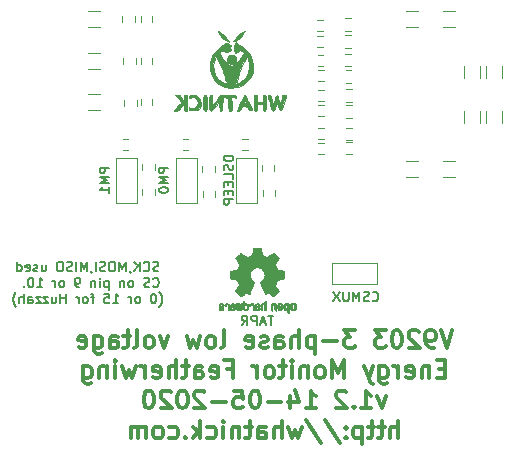
<source format=gbo>
G04 #@! TF.GenerationSoftware,KiCad,Pcbnew,(5.1.5)-3*
G04 #@! TF.CreationDate,2020-05-14T20:53:58+10:00*
G04 #@! TF.ProjectId,V9203_Devkit,56393230-335f-4446-9576-6b69742e6b69,rev?*
G04 #@! TF.SameCoordinates,Original*
G04 #@! TF.FileFunction,Legend,Bot*
G04 #@! TF.FilePolarity,Positive*
%FSLAX46Y46*%
G04 Gerber Fmt 4.6, Leading zero omitted, Abs format (unit mm)*
G04 Created by KiCad (PCBNEW (5.1.5)-3) date 2020-05-14 20:53:58*
%MOMM*%
%LPD*%
G04 APERTURE LIST*
%ADD10C,0.200000*%
%ADD11C,0.150000*%
%ADD12C,0.300000*%
%ADD13C,0.120000*%
%ADD14C,0.010000*%
G04 APERTURE END LIST*
D10*
X135756857Y-73977259D02*
X135299714Y-73977259D01*
X135528286Y-74777259D02*
X135528286Y-73977259D01*
X135071143Y-74548688D02*
X134690190Y-74548688D01*
X135147333Y-74777259D02*
X134880667Y-73977259D01*
X134614000Y-74777259D01*
X134347333Y-74777259D02*
X134347333Y-73977259D01*
X134042571Y-73977259D01*
X133966381Y-74015355D01*
X133928286Y-74053450D01*
X133890190Y-74129640D01*
X133890190Y-74243926D01*
X133928286Y-74320116D01*
X133966381Y-74358212D01*
X134042571Y-74396307D01*
X134347333Y-74396307D01*
X133090190Y-74777259D02*
X133356857Y-74396307D01*
X133547333Y-74777259D02*
X133547333Y-73977259D01*
X133242571Y-73977259D01*
X133166381Y-74015355D01*
X133128286Y-74053450D01*
X133090190Y-74129640D01*
X133090190Y-74243926D01*
X133128286Y-74320116D01*
X133166381Y-74358212D01*
X133242571Y-74396307D01*
X133547333Y-74396307D01*
D11*
X126034429Y-70188764D02*
X125920143Y-70226859D01*
X125729667Y-70226859D01*
X125653476Y-70188764D01*
X125615381Y-70150669D01*
X125577286Y-70074478D01*
X125577286Y-69998288D01*
X125615381Y-69922097D01*
X125653476Y-69884002D01*
X125729667Y-69845907D01*
X125882048Y-69807812D01*
X125958238Y-69769716D01*
X125996333Y-69731621D01*
X126034429Y-69655431D01*
X126034429Y-69579240D01*
X125996333Y-69503050D01*
X125958238Y-69464955D01*
X125882048Y-69426859D01*
X125691571Y-69426859D01*
X125577286Y-69464955D01*
X124777286Y-70150669D02*
X124815381Y-70188764D01*
X124929667Y-70226859D01*
X125005857Y-70226859D01*
X125120143Y-70188764D01*
X125196333Y-70112574D01*
X125234429Y-70036383D01*
X125272524Y-69884002D01*
X125272524Y-69769716D01*
X125234429Y-69617335D01*
X125196333Y-69541145D01*
X125120143Y-69464955D01*
X125005857Y-69426859D01*
X124929667Y-69426859D01*
X124815381Y-69464955D01*
X124777286Y-69503050D01*
X124434429Y-70226859D02*
X124434429Y-69426859D01*
X123977286Y-70226859D02*
X124320143Y-69769716D01*
X123977286Y-69426859D02*
X124434429Y-69884002D01*
X123596333Y-70188764D02*
X123596333Y-70226859D01*
X123634429Y-70303050D01*
X123672524Y-70341145D01*
X123253476Y-70226859D02*
X123253476Y-69426859D01*
X122986809Y-69998288D01*
X122720143Y-69426859D01*
X122720143Y-70226859D01*
X122186809Y-69426859D02*
X122034429Y-69426859D01*
X121958238Y-69464955D01*
X121882048Y-69541145D01*
X121843952Y-69693526D01*
X121843952Y-69960193D01*
X121882048Y-70112574D01*
X121958238Y-70188764D01*
X122034429Y-70226859D01*
X122186809Y-70226859D01*
X122263000Y-70188764D01*
X122339190Y-70112574D01*
X122377286Y-69960193D01*
X122377286Y-69693526D01*
X122339190Y-69541145D01*
X122263000Y-69464955D01*
X122186809Y-69426859D01*
X121539190Y-70188764D02*
X121424905Y-70226859D01*
X121234429Y-70226859D01*
X121158238Y-70188764D01*
X121120143Y-70150669D01*
X121082048Y-70074478D01*
X121082048Y-69998288D01*
X121120143Y-69922097D01*
X121158238Y-69884002D01*
X121234429Y-69845907D01*
X121386809Y-69807812D01*
X121463000Y-69769716D01*
X121501095Y-69731621D01*
X121539190Y-69655431D01*
X121539190Y-69579240D01*
X121501095Y-69503050D01*
X121463000Y-69464955D01*
X121386809Y-69426859D01*
X121196333Y-69426859D01*
X121082048Y-69464955D01*
X120739190Y-70226859D02*
X120739190Y-69426859D01*
X120320143Y-70188764D02*
X120320143Y-70226859D01*
X120358238Y-70303050D01*
X120396333Y-70341145D01*
X119977286Y-70226859D02*
X119977286Y-69426859D01*
X119710619Y-69998288D01*
X119443952Y-69426859D01*
X119443952Y-70226859D01*
X119063000Y-70226859D02*
X119063000Y-69426859D01*
X118720143Y-70188764D02*
X118605857Y-70226859D01*
X118415381Y-70226859D01*
X118339190Y-70188764D01*
X118301095Y-70150669D01*
X118263000Y-70074478D01*
X118263000Y-69998288D01*
X118301095Y-69922097D01*
X118339190Y-69884002D01*
X118415381Y-69845907D01*
X118567762Y-69807812D01*
X118643952Y-69769716D01*
X118682048Y-69731621D01*
X118720143Y-69655431D01*
X118720143Y-69579240D01*
X118682048Y-69503050D01*
X118643952Y-69464955D01*
X118567762Y-69426859D01*
X118377286Y-69426859D01*
X118263000Y-69464955D01*
X117767762Y-69426859D02*
X117615381Y-69426859D01*
X117539190Y-69464955D01*
X117463000Y-69541145D01*
X117424905Y-69693526D01*
X117424905Y-69960193D01*
X117463000Y-70112574D01*
X117539190Y-70188764D01*
X117615381Y-70226859D01*
X117767762Y-70226859D01*
X117843952Y-70188764D01*
X117920143Y-70112574D01*
X117958238Y-69960193D01*
X117958238Y-69693526D01*
X117920143Y-69541145D01*
X117843952Y-69464955D01*
X117767762Y-69426859D01*
X116129667Y-69693526D02*
X116129667Y-70226859D01*
X116472524Y-69693526D02*
X116472524Y-70112574D01*
X116434429Y-70188764D01*
X116358238Y-70226859D01*
X116243952Y-70226859D01*
X116167762Y-70188764D01*
X116129667Y-70150669D01*
X115786809Y-70188764D02*
X115710619Y-70226859D01*
X115558238Y-70226859D01*
X115482048Y-70188764D01*
X115443952Y-70112574D01*
X115443952Y-70074478D01*
X115482048Y-69998288D01*
X115558238Y-69960193D01*
X115672524Y-69960193D01*
X115748714Y-69922097D01*
X115786809Y-69845907D01*
X115786809Y-69807812D01*
X115748714Y-69731621D01*
X115672524Y-69693526D01*
X115558238Y-69693526D01*
X115482048Y-69731621D01*
X114796333Y-70188764D02*
X114872524Y-70226859D01*
X115024905Y-70226859D01*
X115101095Y-70188764D01*
X115139190Y-70112574D01*
X115139190Y-69807812D01*
X115101095Y-69731621D01*
X115024905Y-69693526D01*
X114872524Y-69693526D01*
X114796333Y-69731621D01*
X114758238Y-69807812D01*
X114758238Y-69884002D01*
X115139190Y-69960193D01*
X114072524Y-70226859D02*
X114072524Y-69426859D01*
X114072524Y-70188764D02*
X114148714Y-70226859D01*
X114301095Y-70226859D01*
X114377286Y-70188764D01*
X114415381Y-70150669D01*
X114453476Y-70074478D01*
X114453476Y-69845907D01*
X114415381Y-69769716D01*
X114377286Y-69731621D01*
X114301095Y-69693526D01*
X114148714Y-69693526D01*
X114072524Y-69731621D01*
X125577286Y-71500669D02*
X125615381Y-71538764D01*
X125729667Y-71576859D01*
X125805857Y-71576859D01*
X125920143Y-71538764D01*
X125996333Y-71462574D01*
X126034429Y-71386383D01*
X126072524Y-71234002D01*
X126072524Y-71119716D01*
X126034429Y-70967335D01*
X125996333Y-70891145D01*
X125920143Y-70814955D01*
X125805857Y-70776859D01*
X125729667Y-70776859D01*
X125615381Y-70814955D01*
X125577286Y-70853050D01*
X125272524Y-71538764D02*
X125158238Y-71576859D01*
X124967762Y-71576859D01*
X124891571Y-71538764D01*
X124853476Y-71500669D01*
X124815381Y-71424478D01*
X124815381Y-71348288D01*
X124853476Y-71272097D01*
X124891571Y-71234002D01*
X124967762Y-71195907D01*
X125120143Y-71157812D01*
X125196333Y-71119716D01*
X125234429Y-71081621D01*
X125272524Y-71005431D01*
X125272524Y-70929240D01*
X125234429Y-70853050D01*
X125196333Y-70814955D01*
X125120143Y-70776859D01*
X124929667Y-70776859D01*
X124815381Y-70814955D01*
X123748714Y-71576859D02*
X123824905Y-71538764D01*
X123863000Y-71500669D01*
X123901095Y-71424478D01*
X123901095Y-71195907D01*
X123863000Y-71119716D01*
X123824905Y-71081621D01*
X123748714Y-71043526D01*
X123634429Y-71043526D01*
X123558238Y-71081621D01*
X123520143Y-71119716D01*
X123482048Y-71195907D01*
X123482048Y-71424478D01*
X123520143Y-71500669D01*
X123558238Y-71538764D01*
X123634429Y-71576859D01*
X123748714Y-71576859D01*
X123139190Y-71043526D02*
X123139190Y-71576859D01*
X123139190Y-71119716D02*
X123101095Y-71081621D01*
X123024905Y-71043526D01*
X122910619Y-71043526D01*
X122834429Y-71081621D01*
X122796333Y-71157812D01*
X122796333Y-71576859D01*
X121805857Y-71043526D02*
X121805857Y-71843526D01*
X121805857Y-71081621D02*
X121729667Y-71043526D01*
X121577286Y-71043526D01*
X121501095Y-71081621D01*
X121463000Y-71119716D01*
X121424905Y-71195907D01*
X121424905Y-71424478D01*
X121463000Y-71500669D01*
X121501095Y-71538764D01*
X121577286Y-71576859D01*
X121729667Y-71576859D01*
X121805857Y-71538764D01*
X121082048Y-71576859D02*
X121082048Y-71043526D01*
X121082048Y-70776859D02*
X121120143Y-70814955D01*
X121082048Y-70853050D01*
X121043952Y-70814955D01*
X121082048Y-70776859D01*
X121082048Y-70853050D01*
X120701095Y-71043526D02*
X120701095Y-71576859D01*
X120701095Y-71119716D02*
X120663000Y-71081621D01*
X120586809Y-71043526D01*
X120472524Y-71043526D01*
X120396333Y-71081621D01*
X120358238Y-71157812D01*
X120358238Y-71576859D01*
X119329667Y-71576859D02*
X119177286Y-71576859D01*
X119101095Y-71538764D01*
X119063000Y-71500669D01*
X118986809Y-71386383D01*
X118948714Y-71234002D01*
X118948714Y-70929240D01*
X118986809Y-70853050D01*
X119024905Y-70814955D01*
X119101095Y-70776859D01*
X119253476Y-70776859D01*
X119329667Y-70814955D01*
X119367762Y-70853050D01*
X119405857Y-70929240D01*
X119405857Y-71119716D01*
X119367762Y-71195907D01*
X119329667Y-71234002D01*
X119253476Y-71272097D01*
X119101095Y-71272097D01*
X119024905Y-71234002D01*
X118986809Y-71195907D01*
X118948714Y-71119716D01*
X117882048Y-71576859D02*
X117958238Y-71538764D01*
X117996333Y-71500669D01*
X118034429Y-71424478D01*
X118034429Y-71195907D01*
X117996333Y-71119716D01*
X117958238Y-71081621D01*
X117882048Y-71043526D01*
X117767762Y-71043526D01*
X117691571Y-71081621D01*
X117653476Y-71119716D01*
X117615381Y-71195907D01*
X117615381Y-71424478D01*
X117653476Y-71500669D01*
X117691571Y-71538764D01*
X117767762Y-71576859D01*
X117882048Y-71576859D01*
X117272524Y-71576859D02*
X117272524Y-71043526D01*
X117272524Y-71195907D02*
X117234429Y-71119716D01*
X117196333Y-71081621D01*
X117120143Y-71043526D01*
X117043952Y-71043526D01*
X115748714Y-71576859D02*
X116205857Y-71576859D01*
X115977286Y-71576859D02*
X115977286Y-70776859D01*
X116053476Y-70891145D01*
X116129667Y-70967335D01*
X116205857Y-71005431D01*
X115253476Y-70776859D02*
X115177286Y-70776859D01*
X115101095Y-70814955D01*
X115063000Y-70853050D01*
X115024905Y-70929240D01*
X114986809Y-71081621D01*
X114986809Y-71272097D01*
X115024905Y-71424478D01*
X115063000Y-71500669D01*
X115101095Y-71538764D01*
X115177286Y-71576859D01*
X115253476Y-71576859D01*
X115329667Y-71538764D01*
X115367762Y-71500669D01*
X115405857Y-71424478D01*
X115443952Y-71272097D01*
X115443952Y-71081621D01*
X115405857Y-70929240D01*
X115367762Y-70853050D01*
X115329667Y-70814955D01*
X115253476Y-70776859D01*
X114643952Y-71500669D02*
X114605857Y-71538764D01*
X114643952Y-71576859D01*
X114682048Y-71538764D01*
X114643952Y-71500669D01*
X114643952Y-71576859D01*
X126110619Y-73231621D02*
X126148714Y-73193526D01*
X126224905Y-73079240D01*
X126263000Y-73003050D01*
X126301095Y-72888764D01*
X126339190Y-72698288D01*
X126339190Y-72545907D01*
X126301095Y-72355431D01*
X126263000Y-72241145D01*
X126224905Y-72164955D01*
X126148714Y-72050669D01*
X126110619Y-72012574D01*
X125653476Y-72126859D02*
X125577286Y-72126859D01*
X125501095Y-72164955D01*
X125463000Y-72203050D01*
X125424905Y-72279240D01*
X125386809Y-72431621D01*
X125386809Y-72622097D01*
X125424905Y-72774478D01*
X125463000Y-72850669D01*
X125501095Y-72888764D01*
X125577286Y-72926859D01*
X125653476Y-72926859D01*
X125729667Y-72888764D01*
X125767762Y-72850669D01*
X125805857Y-72774478D01*
X125843952Y-72622097D01*
X125843952Y-72431621D01*
X125805857Y-72279240D01*
X125767762Y-72203050D01*
X125729667Y-72164955D01*
X125653476Y-72126859D01*
X124320143Y-72926859D02*
X124396333Y-72888764D01*
X124434429Y-72850669D01*
X124472524Y-72774478D01*
X124472524Y-72545907D01*
X124434429Y-72469716D01*
X124396333Y-72431621D01*
X124320143Y-72393526D01*
X124205857Y-72393526D01*
X124129667Y-72431621D01*
X124091571Y-72469716D01*
X124053476Y-72545907D01*
X124053476Y-72774478D01*
X124091571Y-72850669D01*
X124129667Y-72888764D01*
X124205857Y-72926859D01*
X124320143Y-72926859D01*
X123710619Y-72926859D02*
X123710619Y-72393526D01*
X123710619Y-72545907D02*
X123672524Y-72469716D01*
X123634429Y-72431621D01*
X123558238Y-72393526D01*
X123482048Y-72393526D01*
X122186809Y-72926859D02*
X122643952Y-72926859D01*
X122415381Y-72926859D02*
X122415381Y-72126859D01*
X122491571Y-72241145D01*
X122567762Y-72317335D01*
X122643952Y-72355431D01*
X121463000Y-72126859D02*
X121843952Y-72126859D01*
X121882048Y-72507812D01*
X121843952Y-72469716D01*
X121767762Y-72431621D01*
X121577286Y-72431621D01*
X121501095Y-72469716D01*
X121463000Y-72507812D01*
X121424905Y-72584002D01*
X121424905Y-72774478D01*
X121463000Y-72850669D01*
X121501095Y-72888764D01*
X121577286Y-72926859D01*
X121767762Y-72926859D01*
X121843952Y-72888764D01*
X121882048Y-72850669D01*
X120586809Y-72393526D02*
X120282048Y-72393526D01*
X120472524Y-72926859D02*
X120472524Y-72241145D01*
X120434429Y-72164955D01*
X120358238Y-72126859D01*
X120282048Y-72126859D01*
X119901095Y-72926859D02*
X119977286Y-72888764D01*
X120015381Y-72850669D01*
X120053476Y-72774478D01*
X120053476Y-72545907D01*
X120015381Y-72469716D01*
X119977286Y-72431621D01*
X119901095Y-72393526D01*
X119786809Y-72393526D01*
X119710619Y-72431621D01*
X119672524Y-72469716D01*
X119634429Y-72545907D01*
X119634429Y-72774478D01*
X119672524Y-72850669D01*
X119710619Y-72888764D01*
X119786809Y-72926859D01*
X119901095Y-72926859D01*
X119291571Y-72926859D02*
X119291571Y-72393526D01*
X119291571Y-72545907D02*
X119253476Y-72469716D01*
X119215381Y-72431621D01*
X119139190Y-72393526D01*
X119063000Y-72393526D01*
X118186809Y-72926859D02*
X118186809Y-72126859D01*
X118186809Y-72507812D02*
X117729667Y-72507812D01*
X117729667Y-72926859D02*
X117729667Y-72126859D01*
X117005857Y-72393526D02*
X117005857Y-72926859D01*
X117348714Y-72393526D02*
X117348714Y-72812574D01*
X117310619Y-72888764D01*
X117234429Y-72926859D01*
X117120143Y-72926859D01*
X117043952Y-72888764D01*
X117005857Y-72850669D01*
X116701095Y-72393526D02*
X116282048Y-72393526D01*
X116701095Y-72926859D01*
X116282048Y-72926859D01*
X116053476Y-72393526D02*
X115634429Y-72393526D01*
X116053476Y-72926859D01*
X115634429Y-72926859D01*
X114986809Y-72926859D02*
X114986809Y-72507812D01*
X115024905Y-72431621D01*
X115101095Y-72393526D01*
X115253476Y-72393526D01*
X115329667Y-72431621D01*
X114986809Y-72888764D02*
X115063000Y-72926859D01*
X115253476Y-72926859D01*
X115329667Y-72888764D01*
X115367762Y-72812574D01*
X115367762Y-72736383D01*
X115329667Y-72660193D01*
X115253476Y-72622097D01*
X115063000Y-72622097D01*
X114986809Y-72584002D01*
X114605857Y-72926859D02*
X114605857Y-72126859D01*
X114263000Y-72926859D02*
X114263000Y-72507812D01*
X114301095Y-72431621D01*
X114377286Y-72393526D01*
X114491571Y-72393526D01*
X114567762Y-72431621D01*
X114605857Y-72469716D01*
X113958238Y-73231621D02*
X113920143Y-73193526D01*
X113843952Y-73079240D01*
X113805857Y-73003050D01*
X113767762Y-72888764D01*
X113729667Y-72698288D01*
X113729667Y-72545907D01*
X113767762Y-72355431D01*
X113805857Y-72241145D01*
X113843952Y-72164955D01*
X113920143Y-72050669D01*
X113958238Y-72012574D01*
D10*
X132361904Y-60461904D02*
X131561904Y-60461904D01*
X131561904Y-60652380D01*
X131600000Y-60766666D01*
X131676190Y-60842857D01*
X131752380Y-60880952D01*
X131904761Y-60919047D01*
X132019047Y-60919047D01*
X132171428Y-60880952D01*
X132247619Y-60842857D01*
X132323809Y-60766666D01*
X132361904Y-60652380D01*
X132361904Y-60461904D01*
X132323809Y-61223809D02*
X132361904Y-61338095D01*
X132361904Y-61528571D01*
X132323809Y-61604761D01*
X132285714Y-61642857D01*
X132209523Y-61680952D01*
X132133333Y-61680952D01*
X132057142Y-61642857D01*
X132019047Y-61604761D01*
X131980952Y-61528571D01*
X131942857Y-61376190D01*
X131904761Y-61300000D01*
X131866666Y-61261904D01*
X131790476Y-61223809D01*
X131714285Y-61223809D01*
X131638095Y-61261904D01*
X131600000Y-61300000D01*
X131561904Y-61376190D01*
X131561904Y-61566666D01*
X131600000Y-61680952D01*
X132361904Y-62404761D02*
X132361904Y-62023809D01*
X131561904Y-62023809D01*
X131942857Y-62671428D02*
X131942857Y-62938095D01*
X132361904Y-63052380D02*
X132361904Y-62671428D01*
X131561904Y-62671428D01*
X131561904Y-63052380D01*
X131942857Y-63395238D02*
X131942857Y-63661904D01*
X132361904Y-63776190D02*
X132361904Y-63395238D01*
X131561904Y-63395238D01*
X131561904Y-63776190D01*
X132361904Y-64119047D02*
X131561904Y-64119047D01*
X131561904Y-64423809D01*
X131600000Y-64500000D01*
X131638095Y-64538095D01*
X131714285Y-64576190D01*
X131828571Y-64576190D01*
X131904761Y-64538095D01*
X131942857Y-64500000D01*
X131980952Y-64423809D01*
X131980952Y-64119047D01*
X126861904Y-61452380D02*
X126061904Y-61452380D01*
X126061904Y-61757142D01*
X126100000Y-61833333D01*
X126138095Y-61871428D01*
X126214285Y-61909523D01*
X126328571Y-61909523D01*
X126404761Y-61871428D01*
X126442857Y-61833333D01*
X126480952Y-61757142D01*
X126480952Y-61452380D01*
X126861904Y-62252380D02*
X126061904Y-62252380D01*
X126633333Y-62519047D01*
X126061904Y-62785714D01*
X126861904Y-62785714D01*
X126061904Y-63319047D02*
X126061904Y-63395238D01*
X126100000Y-63471428D01*
X126138095Y-63509523D01*
X126214285Y-63547619D01*
X126366666Y-63585714D01*
X126557142Y-63585714D01*
X126709523Y-63547619D01*
X126785714Y-63509523D01*
X126823809Y-63471428D01*
X126861904Y-63395238D01*
X126861904Y-63319047D01*
X126823809Y-63242857D01*
X126785714Y-63204761D01*
X126709523Y-63166666D01*
X126557142Y-63128571D01*
X126366666Y-63128571D01*
X126214285Y-63166666D01*
X126138095Y-63204761D01*
X126100000Y-63242857D01*
X126061904Y-63319047D01*
X121861904Y-61452380D02*
X121061904Y-61452380D01*
X121061904Y-61757142D01*
X121100000Y-61833333D01*
X121138095Y-61871428D01*
X121214285Y-61909523D01*
X121328571Y-61909523D01*
X121404761Y-61871428D01*
X121442857Y-61833333D01*
X121480952Y-61757142D01*
X121480952Y-61452380D01*
X121861904Y-62252380D02*
X121061904Y-62252380D01*
X121633333Y-62519047D01*
X121061904Y-62785714D01*
X121861904Y-62785714D01*
X121861904Y-63585714D02*
X121861904Y-63128571D01*
X121861904Y-63357142D02*
X121061904Y-63357142D01*
X121176190Y-63280952D01*
X121252380Y-63204761D01*
X121290476Y-63128571D01*
X144157905Y-72669069D02*
X144196000Y-72707164D01*
X144310286Y-72745259D01*
X144386476Y-72745259D01*
X144500762Y-72707164D01*
X144576952Y-72630974D01*
X144615048Y-72554783D01*
X144653143Y-72402402D01*
X144653143Y-72288116D01*
X144615048Y-72135735D01*
X144576952Y-72059545D01*
X144500762Y-71983355D01*
X144386476Y-71945259D01*
X144310286Y-71945259D01*
X144196000Y-71983355D01*
X144157905Y-72021450D01*
X143853143Y-72707164D02*
X143738857Y-72745259D01*
X143548381Y-72745259D01*
X143472190Y-72707164D01*
X143434095Y-72669069D01*
X143396000Y-72592878D01*
X143396000Y-72516688D01*
X143434095Y-72440497D01*
X143472190Y-72402402D01*
X143548381Y-72364307D01*
X143700762Y-72326212D01*
X143776952Y-72288116D01*
X143815048Y-72250021D01*
X143853143Y-72173831D01*
X143853143Y-72097640D01*
X143815048Y-72021450D01*
X143776952Y-71983355D01*
X143700762Y-71945259D01*
X143510286Y-71945259D01*
X143396000Y-71983355D01*
X143053143Y-72745259D02*
X143053143Y-71945259D01*
X142786476Y-72516688D01*
X142519809Y-71945259D01*
X142519809Y-72745259D01*
X142138857Y-71945259D02*
X142138857Y-72592878D01*
X142100762Y-72669069D01*
X142062667Y-72707164D01*
X141986476Y-72745259D01*
X141834095Y-72745259D01*
X141757905Y-72707164D01*
X141719809Y-72669069D01*
X141681714Y-72592878D01*
X141681714Y-71945259D01*
X141376952Y-71945259D02*
X140843619Y-72745259D01*
X140843619Y-71945259D02*
X141376952Y-72745259D01*
D12*
X150923600Y-75229926D02*
X150423600Y-76729926D01*
X149923600Y-75229926D01*
X149352171Y-76729926D02*
X149066457Y-76729926D01*
X148923600Y-76658497D01*
X148852171Y-76587069D01*
X148709314Y-76372783D01*
X148637886Y-76087069D01*
X148637886Y-75515640D01*
X148709314Y-75372783D01*
X148780743Y-75301355D01*
X148923600Y-75229926D01*
X149209314Y-75229926D01*
X149352171Y-75301355D01*
X149423600Y-75372783D01*
X149495029Y-75515640D01*
X149495029Y-75872783D01*
X149423600Y-76015640D01*
X149352171Y-76087069D01*
X149209314Y-76158497D01*
X148923600Y-76158497D01*
X148780743Y-76087069D01*
X148709314Y-76015640D01*
X148637886Y-75872783D01*
X148066457Y-75372783D02*
X147995029Y-75301355D01*
X147852171Y-75229926D01*
X147495029Y-75229926D01*
X147352171Y-75301355D01*
X147280743Y-75372783D01*
X147209314Y-75515640D01*
X147209314Y-75658497D01*
X147280743Y-75872783D01*
X148137886Y-76729926D01*
X147209314Y-76729926D01*
X146280743Y-75229926D02*
X146137886Y-75229926D01*
X145995029Y-75301355D01*
X145923600Y-75372783D01*
X145852171Y-75515640D01*
X145780743Y-75801355D01*
X145780743Y-76158497D01*
X145852171Y-76444212D01*
X145923600Y-76587069D01*
X145995029Y-76658497D01*
X146137886Y-76729926D01*
X146280743Y-76729926D01*
X146423600Y-76658497D01*
X146495029Y-76587069D01*
X146566457Y-76444212D01*
X146637886Y-76158497D01*
X146637886Y-75801355D01*
X146566457Y-75515640D01*
X146495029Y-75372783D01*
X146423600Y-75301355D01*
X146280743Y-75229926D01*
X145280743Y-75229926D02*
X144352171Y-75229926D01*
X144852171Y-75801355D01*
X144637886Y-75801355D01*
X144495029Y-75872783D01*
X144423600Y-75944212D01*
X144352171Y-76087069D01*
X144352171Y-76444212D01*
X144423600Y-76587069D01*
X144495029Y-76658497D01*
X144637886Y-76729926D01*
X145066457Y-76729926D01*
X145209314Y-76658497D01*
X145280743Y-76587069D01*
X142709314Y-75229926D02*
X141780743Y-75229926D01*
X142280743Y-75801355D01*
X142066457Y-75801355D01*
X141923600Y-75872783D01*
X141852171Y-75944212D01*
X141780743Y-76087069D01*
X141780743Y-76444212D01*
X141852171Y-76587069D01*
X141923600Y-76658497D01*
X142066457Y-76729926D01*
X142495029Y-76729926D01*
X142637886Y-76658497D01*
X142709314Y-76587069D01*
X141137886Y-76158497D02*
X139995029Y-76158497D01*
X139280743Y-75729926D02*
X139280743Y-77229926D01*
X139280743Y-75801355D02*
X139137886Y-75729926D01*
X138852171Y-75729926D01*
X138709314Y-75801355D01*
X138637886Y-75872783D01*
X138566457Y-76015640D01*
X138566457Y-76444212D01*
X138637886Y-76587069D01*
X138709314Y-76658497D01*
X138852171Y-76729926D01*
X139137886Y-76729926D01*
X139280743Y-76658497D01*
X137923600Y-76729926D02*
X137923600Y-75229926D01*
X137280743Y-76729926D02*
X137280743Y-75944212D01*
X137352171Y-75801355D01*
X137495029Y-75729926D01*
X137709314Y-75729926D01*
X137852171Y-75801355D01*
X137923600Y-75872783D01*
X135923600Y-76729926D02*
X135923600Y-75944212D01*
X135995029Y-75801355D01*
X136137886Y-75729926D01*
X136423600Y-75729926D01*
X136566457Y-75801355D01*
X135923600Y-76658497D02*
X136066457Y-76729926D01*
X136423600Y-76729926D01*
X136566457Y-76658497D01*
X136637886Y-76515640D01*
X136637886Y-76372783D01*
X136566457Y-76229926D01*
X136423600Y-76158497D01*
X136066457Y-76158497D01*
X135923600Y-76087069D01*
X135280743Y-76658497D02*
X135137886Y-76729926D01*
X134852171Y-76729926D01*
X134709314Y-76658497D01*
X134637886Y-76515640D01*
X134637886Y-76444212D01*
X134709314Y-76301355D01*
X134852171Y-76229926D01*
X135066457Y-76229926D01*
X135209314Y-76158497D01*
X135280743Y-76015640D01*
X135280743Y-75944212D01*
X135209314Y-75801355D01*
X135066457Y-75729926D01*
X134852171Y-75729926D01*
X134709314Y-75801355D01*
X133423600Y-76658497D02*
X133566457Y-76729926D01*
X133852171Y-76729926D01*
X133995029Y-76658497D01*
X134066457Y-76515640D01*
X134066457Y-75944212D01*
X133995029Y-75801355D01*
X133852171Y-75729926D01*
X133566457Y-75729926D01*
X133423600Y-75801355D01*
X133352171Y-75944212D01*
X133352171Y-76087069D01*
X134066457Y-76229926D01*
X131352171Y-76729926D02*
X131495029Y-76658497D01*
X131566457Y-76515640D01*
X131566457Y-75229926D01*
X130566457Y-76729926D02*
X130709314Y-76658497D01*
X130780743Y-76587069D01*
X130852171Y-76444212D01*
X130852171Y-76015640D01*
X130780743Y-75872783D01*
X130709314Y-75801355D01*
X130566457Y-75729926D01*
X130352171Y-75729926D01*
X130209314Y-75801355D01*
X130137886Y-75872783D01*
X130066457Y-76015640D01*
X130066457Y-76444212D01*
X130137886Y-76587069D01*
X130209314Y-76658497D01*
X130352171Y-76729926D01*
X130566457Y-76729926D01*
X129566457Y-75729926D02*
X129280743Y-76729926D01*
X128995029Y-76015640D01*
X128709314Y-76729926D01*
X128423600Y-75729926D01*
X126852171Y-75729926D02*
X126495029Y-76729926D01*
X126137886Y-75729926D01*
X125352171Y-76729926D02*
X125495029Y-76658497D01*
X125566457Y-76587069D01*
X125637886Y-76444212D01*
X125637886Y-76015640D01*
X125566457Y-75872783D01*
X125495029Y-75801355D01*
X125352171Y-75729926D01*
X125137886Y-75729926D01*
X124995029Y-75801355D01*
X124923600Y-75872783D01*
X124852171Y-76015640D01*
X124852171Y-76444212D01*
X124923600Y-76587069D01*
X124995029Y-76658497D01*
X125137886Y-76729926D01*
X125352171Y-76729926D01*
X123995029Y-76729926D02*
X124137886Y-76658497D01*
X124209314Y-76515640D01*
X124209314Y-75229926D01*
X123637886Y-75729926D02*
X123066457Y-75729926D01*
X123423600Y-75229926D02*
X123423600Y-76515640D01*
X123352171Y-76658497D01*
X123209314Y-76729926D01*
X123066457Y-76729926D01*
X121923600Y-76729926D02*
X121923600Y-75944212D01*
X121995029Y-75801355D01*
X122137886Y-75729926D01*
X122423600Y-75729926D01*
X122566457Y-75801355D01*
X121923600Y-76658497D02*
X122066457Y-76729926D01*
X122423600Y-76729926D01*
X122566457Y-76658497D01*
X122637886Y-76515640D01*
X122637886Y-76372783D01*
X122566457Y-76229926D01*
X122423600Y-76158497D01*
X122066457Y-76158497D01*
X121923600Y-76087069D01*
X120566457Y-75729926D02*
X120566457Y-76944212D01*
X120637886Y-77087069D01*
X120709314Y-77158497D01*
X120852171Y-77229926D01*
X121066457Y-77229926D01*
X121209314Y-77158497D01*
X120566457Y-76658497D02*
X120709314Y-76729926D01*
X120995029Y-76729926D01*
X121137886Y-76658497D01*
X121209314Y-76587069D01*
X121280743Y-76444212D01*
X121280743Y-76015640D01*
X121209314Y-75872783D01*
X121137886Y-75801355D01*
X120995029Y-75729926D01*
X120709314Y-75729926D01*
X120566457Y-75801355D01*
X119280743Y-76658497D02*
X119423600Y-76729926D01*
X119709314Y-76729926D01*
X119852171Y-76658497D01*
X119923600Y-76515640D01*
X119923600Y-75944212D01*
X119852171Y-75801355D01*
X119709314Y-75729926D01*
X119423600Y-75729926D01*
X119280743Y-75801355D01*
X119209314Y-75944212D01*
X119209314Y-76087069D01*
X119923600Y-76229926D01*
X150316457Y-78494212D02*
X149816457Y-78494212D01*
X149602171Y-79279926D02*
X150316457Y-79279926D01*
X150316457Y-77779926D01*
X149602171Y-77779926D01*
X148959314Y-78279926D02*
X148959314Y-79279926D01*
X148959314Y-78422783D02*
X148887886Y-78351355D01*
X148745029Y-78279926D01*
X148530743Y-78279926D01*
X148387886Y-78351355D01*
X148316457Y-78494212D01*
X148316457Y-79279926D01*
X147030743Y-79208497D02*
X147173600Y-79279926D01*
X147459314Y-79279926D01*
X147602171Y-79208497D01*
X147673600Y-79065640D01*
X147673600Y-78494212D01*
X147602171Y-78351355D01*
X147459314Y-78279926D01*
X147173600Y-78279926D01*
X147030743Y-78351355D01*
X146959314Y-78494212D01*
X146959314Y-78637069D01*
X147673600Y-78779926D01*
X146316457Y-79279926D02*
X146316457Y-78279926D01*
X146316457Y-78565640D02*
X146245029Y-78422783D01*
X146173600Y-78351355D01*
X146030743Y-78279926D01*
X145887886Y-78279926D01*
X144745029Y-78279926D02*
X144745029Y-79494212D01*
X144816457Y-79637069D01*
X144887886Y-79708497D01*
X145030743Y-79779926D01*
X145245029Y-79779926D01*
X145387886Y-79708497D01*
X144745029Y-79208497D02*
X144887886Y-79279926D01*
X145173600Y-79279926D01*
X145316457Y-79208497D01*
X145387886Y-79137069D01*
X145459314Y-78994212D01*
X145459314Y-78565640D01*
X145387886Y-78422783D01*
X145316457Y-78351355D01*
X145173600Y-78279926D01*
X144887886Y-78279926D01*
X144745029Y-78351355D01*
X144173600Y-78279926D02*
X143816457Y-79279926D01*
X143459314Y-78279926D02*
X143816457Y-79279926D01*
X143959314Y-79637069D01*
X144030743Y-79708497D01*
X144173600Y-79779926D01*
X141745029Y-79279926D02*
X141745029Y-77779926D01*
X141245029Y-78851355D01*
X140745029Y-77779926D01*
X140745029Y-79279926D01*
X139816457Y-79279926D02*
X139959314Y-79208497D01*
X140030743Y-79137069D01*
X140102171Y-78994212D01*
X140102171Y-78565640D01*
X140030743Y-78422783D01*
X139959314Y-78351355D01*
X139816457Y-78279926D01*
X139602171Y-78279926D01*
X139459314Y-78351355D01*
X139387886Y-78422783D01*
X139316457Y-78565640D01*
X139316457Y-78994212D01*
X139387886Y-79137069D01*
X139459314Y-79208497D01*
X139602171Y-79279926D01*
X139816457Y-79279926D01*
X138673600Y-78279926D02*
X138673600Y-79279926D01*
X138673600Y-78422783D02*
X138602171Y-78351355D01*
X138459314Y-78279926D01*
X138245029Y-78279926D01*
X138102171Y-78351355D01*
X138030743Y-78494212D01*
X138030743Y-79279926D01*
X137316457Y-79279926D02*
X137316457Y-78279926D01*
X137316457Y-77779926D02*
X137387886Y-77851355D01*
X137316457Y-77922783D01*
X137245029Y-77851355D01*
X137316457Y-77779926D01*
X137316457Y-77922783D01*
X136816457Y-78279926D02*
X136245029Y-78279926D01*
X136602171Y-77779926D02*
X136602171Y-79065640D01*
X136530743Y-79208497D01*
X136387886Y-79279926D01*
X136245029Y-79279926D01*
X135530743Y-79279926D02*
X135673600Y-79208497D01*
X135745029Y-79137069D01*
X135816457Y-78994212D01*
X135816457Y-78565640D01*
X135745029Y-78422783D01*
X135673600Y-78351355D01*
X135530743Y-78279926D01*
X135316457Y-78279926D01*
X135173600Y-78351355D01*
X135102171Y-78422783D01*
X135030743Y-78565640D01*
X135030743Y-78994212D01*
X135102171Y-79137069D01*
X135173600Y-79208497D01*
X135316457Y-79279926D01*
X135530743Y-79279926D01*
X134387886Y-79279926D02*
X134387886Y-78279926D01*
X134387886Y-78565640D02*
X134316457Y-78422783D01*
X134245029Y-78351355D01*
X134102171Y-78279926D01*
X133959314Y-78279926D01*
X131816457Y-78494212D02*
X132316457Y-78494212D01*
X132316457Y-79279926D02*
X132316457Y-77779926D01*
X131602171Y-77779926D01*
X130459314Y-79208497D02*
X130602171Y-79279926D01*
X130887886Y-79279926D01*
X131030743Y-79208497D01*
X131102171Y-79065640D01*
X131102171Y-78494212D01*
X131030743Y-78351355D01*
X130887886Y-78279926D01*
X130602171Y-78279926D01*
X130459314Y-78351355D01*
X130387886Y-78494212D01*
X130387886Y-78637069D01*
X131102171Y-78779926D01*
X129102171Y-79279926D02*
X129102171Y-78494212D01*
X129173600Y-78351355D01*
X129316457Y-78279926D01*
X129602171Y-78279926D01*
X129745029Y-78351355D01*
X129102171Y-79208497D02*
X129245029Y-79279926D01*
X129602171Y-79279926D01*
X129745029Y-79208497D01*
X129816457Y-79065640D01*
X129816457Y-78922783D01*
X129745029Y-78779926D01*
X129602171Y-78708497D01*
X129245029Y-78708497D01*
X129102171Y-78637069D01*
X128602171Y-78279926D02*
X128030743Y-78279926D01*
X128387886Y-77779926D02*
X128387886Y-79065640D01*
X128316457Y-79208497D01*
X128173600Y-79279926D01*
X128030743Y-79279926D01*
X127530743Y-79279926D02*
X127530743Y-77779926D01*
X126887886Y-79279926D02*
X126887886Y-78494212D01*
X126959314Y-78351355D01*
X127102171Y-78279926D01*
X127316457Y-78279926D01*
X127459314Y-78351355D01*
X127530743Y-78422783D01*
X125602171Y-79208497D02*
X125745029Y-79279926D01*
X126030743Y-79279926D01*
X126173600Y-79208497D01*
X126245029Y-79065640D01*
X126245029Y-78494212D01*
X126173600Y-78351355D01*
X126030743Y-78279926D01*
X125745029Y-78279926D01*
X125602171Y-78351355D01*
X125530743Y-78494212D01*
X125530743Y-78637069D01*
X126245029Y-78779926D01*
X124887886Y-79279926D02*
X124887886Y-78279926D01*
X124887886Y-78565640D02*
X124816457Y-78422783D01*
X124745029Y-78351355D01*
X124602171Y-78279926D01*
X124459314Y-78279926D01*
X124102171Y-78279926D02*
X123816457Y-79279926D01*
X123530743Y-78565640D01*
X123245029Y-79279926D01*
X122959314Y-78279926D01*
X122387886Y-79279926D02*
X122387886Y-78279926D01*
X122387886Y-77779926D02*
X122459314Y-77851355D01*
X122387886Y-77922783D01*
X122316457Y-77851355D01*
X122387886Y-77779926D01*
X122387886Y-77922783D01*
X121673600Y-78279926D02*
X121673600Y-79279926D01*
X121673600Y-78422783D02*
X121602171Y-78351355D01*
X121459314Y-78279926D01*
X121245029Y-78279926D01*
X121102171Y-78351355D01*
X121030743Y-78494212D01*
X121030743Y-79279926D01*
X119673600Y-78279926D02*
X119673600Y-79494212D01*
X119745029Y-79637069D01*
X119816457Y-79708497D01*
X119959314Y-79779926D01*
X120173600Y-79779926D01*
X120316457Y-79708497D01*
X119673600Y-79208497D02*
X119816457Y-79279926D01*
X120102171Y-79279926D01*
X120245029Y-79208497D01*
X120316457Y-79137069D01*
X120387886Y-78994212D01*
X120387886Y-78565640D01*
X120316457Y-78422783D01*
X120245029Y-78351355D01*
X120102171Y-78279926D01*
X119816457Y-78279926D01*
X119673600Y-78351355D01*
X145280743Y-80829926D02*
X144923600Y-81829926D01*
X144566457Y-80829926D01*
X143209314Y-81829926D02*
X144066457Y-81829926D01*
X143637886Y-81829926D02*
X143637886Y-80329926D01*
X143780743Y-80544212D01*
X143923600Y-80687069D01*
X144066457Y-80758497D01*
X142566457Y-81687069D02*
X142495029Y-81758497D01*
X142566457Y-81829926D01*
X142637886Y-81758497D01*
X142566457Y-81687069D01*
X142566457Y-81829926D01*
X141923600Y-80472783D02*
X141852171Y-80401355D01*
X141709314Y-80329926D01*
X141352171Y-80329926D01*
X141209314Y-80401355D01*
X141137886Y-80472783D01*
X141066457Y-80615640D01*
X141066457Y-80758497D01*
X141137886Y-80972783D01*
X141995029Y-81829926D01*
X141066457Y-81829926D01*
X138495029Y-81829926D02*
X139352171Y-81829926D01*
X138923600Y-81829926D02*
X138923600Y-80329926D01*
X139066457Y-80544212D01*
X139209314Y-80687069D01*
X139352171Y-80758497D01*
X137209314Y-80829926D02*
X137209314Y-81829926D01*
X137566457Y-80258497D02*
X137923600Y-81329926D01*
X136995029Y-81329926D01*
X136423600Y-81258497D02*
X135280743Y-81258497D01*
X134280743Y-80329926D02*
X134137886Y-80329926D01*
X133995029Y-80401355D01*
X133923600Y-80472783D01*
X133852171Y-80615640D01*
X133780743Y-80901355D01*
X133780743Y-81258497D01*
X133852171Y-81544212D01*
X133923600Y-81687069D01*
X133995029Y-81758497D01*
X134137886Y-81829926D01*
X134280743Y-81829926D01*
X134423600Y-81758497D01*
X134495029Y-81687069D01*
X134566457Y-81544212D01*
X134637886Y-81258497D01*
X134637886Y-80901355D01*
X134566457Y-80615640D01*
X134495029Y-80472783D01*
X134423600Y-80401355D01*
X134280743Y-80329926D01*
X132423600Y-80329926D02*
X133137886Y-80329926D01*
X133209314Y-81044212D01*
X133137886Y-80972783D01*
X132995029Y-80901355D01*
X132637886Y-80901355D01*
X132495029Y-80972783D01*
X132423600Y-81044212D01*
X132352171Y-81187069D01*
X132352171Y-81544212D01*
X132423600Y-81687069D01*
X132495029Y-81758497D01*
X132637886Y-81829926D01*
X132995029Y-81829926D01*
X133137886Y-81758497D01*
X133209314Y-81687069D01*
X131709314Y-81258497D02*
X130566457Y-81258497D01*
X129923600Y-80472783D02*
X129852171Y-80401355D01*
X129709314Y-80329926D01*
X129352171Y-80329926D01*
X129209314Y-80401355D01*
X129137886Y-80472783D01*
X129066457Y-80615640D01*
X129066457Y-80758497D01*
X129137886Y-80972783D01*
X129995029Y-81829926D01*
X129066457Y-81829926D01*
X128137886Y-80329926D02*
X127995029Y-80329926D01*
X127852171Y-80401355D01*
X127780743Y-80472783D01*
X127709314Y-80615640D01*
X127637886Y-80901355D01*
X127637886Y-81258497D01*
X127709314Y-81544212D01*
X127780743Y-81687069D01*
X127852171Y-81758497D01*
X127995029Y-81829926D01*
X128137886Y-81829926D01*
X128280743Y-81758497D01*
X128352171Y-81687069D01*
X128423600Y-81544212D01*
X128495029Y-81258497D01*
X128495029Y-80901355D01*
X128423600Y-80615640D01*
X128352171Y-80472783D01*
X128280743Y-80401355D01*
X128137886Y-80329926D01*
X127066457Y-80472783D02*
X126995029Y-80401355D01*
X126852171Y-80329926D01*
X126495029Y-80329926D01*
X126352171Y-80401355D01*
X126280743Y-80472783D01*
X126209314Y-80615640D01*
X126209314Y-80758497D01*
X126280743Y-80972783D01*
X127137886Y-81829926D01*
X126209314Y-81829926D01*
X125280743Y-80329926D02*
X125137886Y-80329926D01*
X124995029Y-80401355D01*
X124923600Y-80472783D01*
X124852171Y-80615640D01*
X124780743Y-80901355D01*
X124780743Y-81258497D01*
X124852171Y-81544212D01*
X124923600Y-81687069D01*
X124995029Y-81758497D01*
X125137886Y-81829926D01*
X125280743Y-81829926D01*
X125423600Y-81758497D01*
X125495029Y-81687069D01*
X125566457Y-81544212D01*
X125637886Y-81258497D01*
X125637886Y-80901355D01*
X125566457Y-80615640D01*
X125495029Y-80472783D01*
X125423600Y-80401355D01*
X125280743Y-80329926D01*
X146316457Y-84379926D02*
X146316457Y-82879926D01*
X145673600Y-84379926D02*
X145673600Y-83594212D01*
X145745029Y-83451355D01*
X145887886Y-83379926D01*
X146102171Y-83379926D01*
X146245029Y-83451355D01*
X146316457Y-83522783D01*
X145173600Y-83379926D02*
X144602171Y-83379926D01*
X144959314Y-82879926D02*
X144959314Y-84165640D01*
X144887886Y-84308497D01*
X144745029Y-84379926D01*
X144602171Y-84379926D01*
X144316457Y-83379926D02*
X143745029Y-83379926D01*
X144102171Y-82879926D02*
X144102171Y-84165640D01*
X144030743Y-84308497D01*
X143887886Y-84379926D01*
X143745029Y-84379926D01*
X143245029Y-83379926D02*
X143245029Y-84879926D01*
X143245029Y-83451355D02*
X143102171Y-83379926D01*
X142816457Y-83379926D01*
X142673600Y-83451355D01*
X142602171Y-83522783D01*
X142530743Y-83665640D01*
X142530743Y-84094212D01*
X142602171Y-84237069D01*
X142673600Y-84308497D01*
X142816457Y-84379926D01*
X143102171Y-84379926D01*
X143245029Y-84308497D01*
X141887886Y-84237069D02*
X141816457Y-84308497D01*
X141887886Y-84379926D01*
X141959314Y-84308497D01*
X141887886Y-84237069D01*
X141887886Y-84379926D01*
X141887886Y-83451355D02*
X141816457Y-83522783D01*
X141887886Y-83594212D01*
X141959314Y-83522783D01*
X141887886Y-83451355D01*
X141887886Y-83594212D01*
X140102171Y-82808497D02*
X141387886Y-84737069D01*
X138530743Y-82808497D02*
X139816457Y-84737069D01*
X138173600Y-83379926D02*
X137887886Y-84379926D01*
X137602171Y-83665640D01*
X137316457Y-84379926D01*
X137030743Y-83379926D01*
X136459314Y-84379926D02*
X136459314Y-82879926D01*
X135816457Y-84379926D02*
X135816457Y-83594212D01*
X135887886Y-83451355D01*
X136030743Y-83379926D01*
X136245029Y-83379926D01*
X136387886Y-83451355D01*
X136459314Y-83522783D01*
X134459314Y-84379926D02*
X134459314Y-83594212D01*
X134530743Y-83451355D01*
X134673600Y-83379926D01*
X134959314Y-83379926D01*
X135102171Y-83451355D01*
X134459314Y-84308497D02*
X134602171Y-84379926D01*
X134959314Y-84379926D01*
X135102171Y-84308497D01*
X135173600Y-84165640D01*
X135173600Y-84022783D01*
X135102171Y-83879926D01*
X134959314Y-83808497D01*
X134602171Y-83808497D01*
X134459314Y-83737069D01*
X133959314Y-83379926D02*
X133387886Y-83379926D01*
X133745029Y-82879926D02*
X133745029Y-84165640D01*
X133673600Y-84308497D01*
X133530743Y-84379926D01*
X133387886Y-84379926D01*
X132887886Y-83379926D02*
X132887886Y-84379926D01*
X132887886Y-83522783D02*
X132816457Y-83451355D01*
X132673600Y-83379926D01*
X132459314Y-83379926D01*
X132316457Y-83451355D01*
X132245029Y-83594212D01*
X132245029Y-84379926D01*
X131530743Y-84379926D02*
X131530743Y-83379926D01*
X131530743Y-82879926D02*
X131602171Y-82951355D01*
X131530743Y-83022783D01*
X131459314Y-82951355D01*
X131530743Y-82879926D01*
X131530743Y-83022783D01*
X130173600Y-84308497D02*
X130316457Y-84379926D01*
X130602171Y-84379926D01*
X130745029Y-84308497D01*
X130816457Y-84237069D01*
X130887886Y-84094212D01*
X130887886Y-83665640D01*
X130816457Y-83522783D01*
X130745029Y-83451355D01*
X130602171Y-83379926D01*
X130316457Y-83379926D01*
X130173600Y-83451355D01*
X129530743Y-84379926D02*
X129530743Y-82879926D01*
X129387886Y-83808497D02*
X128959314Y-84379926D01*
X128959314Y-83379926D02*
X129530743Y-83951355D01*
X128316457Y-84237069D02*
X128245029Y-84308497D01*
X128316457Y-84379926D01*
X128387886Y-84308497D01*
X128316457Y-84237069D01*
X128316457Y-84379926D01*
X126959314Y-84308497D02*
X127102171Y-84379926D01*
X127387886Y-84379926D01*
X127530743Y-84308497D01*
X127602171Y-84237069D01*
X127673600Y-84094212D01*
X127673600Y-83665640D01*
X127602171Y-83522783D01*
X127530743Y-83451355D01*
X127387886Y-83379926D01*
X127102171Y-83379926D01*
X126959314Y-83451355D01*
X126102171Y-84379926D02*
X126245029Y-84308497D01*
X126316457Y-84237069D01*
X126387886Y-84094212D01*
X126387886Y-83665640D01*
X126316457Y-83522783D01*
X126245029Y-83451355D01*
X126102171Y-83379926D01*
X125887886Y-83379926D01*
X125745029Y-83451355D01*
X125673600Y-83522783D01*
X125602171Y-83665640D01*
X125602171Y-84094212D01*
X125673600Y-84237069D01*
X125745029Y-84308497D01*
X125887886Y-84379926D01*
X126102171Y-84379926D01*
X124959314Y-84379926D02*
X124959314Y-83379926D01*
X124959314Y-83522783D02*
X124887886Y-83451355D01*
X124745029Y-83379926D01*
X124530743Y-83379926D01*
X124387886Y-83451355D01*
X124316457Y-83594212D01*
X124316457Y-84379926D01*
X124316457Y-83594212D02*
X124245029Y-83451355D01*
X124102171Y-83379926D01*
X123887886Y-83379926D01*
X123745029Y-83451355D01*
X123673600Y-83594212D01*
X123673600Y-84379926D01*
D13*
X140730000Y-69512200D02*
X140730000Y-71292200D01*
X144550000Y-71292200D02*
X140730000Y-71292200D01*
X144550000Y-69512200D02*
X144550000Y-71292200D01*
X140730000Y-69512200D02*
X144550000Y-69512200D01*
D14*
G36*
X135290196Y-55308141D02*
G01*
X135277641Y-55389375D01*
X135288640Y-55432030D01*
X135324058Y-55558509D01*
X135381327Y-55768428D01*
X135449744Y-56022467D01*
X135470143Y-56098780D01*
X135562901Y-56400224D01*
X135649127Y-56576594D01*
X135732501Y-56629400D01*
X135816706Y-56560156D01*
X135905423Y-56370375D01*
X135933761Y-56289280D01*
X136044499Y-55955905D01*
X136150684Y-56273405D01*
X136246237Y-56502772D01*
X136337539Y-56605226D01*
X136425338Y-56580745D01*
X136510384Y-56429309D01*
X136564868Y-56261615D01*
X136639752Y-56000326D01*
X136718716Y-55737254D01*
X136758329Y-55611218D01*
X136812139Y-55440772D01*
X136844747Y-55329786D01*
X136849229Y-55309593D01*
X136794655Y-55294279D01*
X136688487Y-55289155D01*
X136589770Y-55297849D01*
X136527179Y-55341795D01*
X136486125Y-55447784D01*
X136452021Y-55642609D01*
X136437145Y-55750759D01*
X136403690Y-55918690D01*
X136363190Y-56012215D01*
X136341319Y-56019460D01*
X136294928Y-55944121D01*
X136232081Y-55784557D01*
X136182409Y-55628766D01*
X136120416Y-55449086D01*
X136063919Y-55341987D01*
X136030716Y-55328314D01*
X135986818Y-55414977D01*
X135921208Y-55583611D01*
X135860326Y-55760856D01*
X135737979Y-56137307D01*
X135644509Y-55713231D01*
X135590027Y-55487121D01*
X135541410Y-55359112D01*
X135482989Y-55302144D01*
X135399097Y-55289155D01*
X135398978Y-55289155D01*
X135290196Y-55308141D01*
G37*
X135290196Y-55308141D02*
X135277641Y-55389375D01*
X135288640Y-55432030D01*
X135324058Y-55558509D01*
X135381327Y-55768428D01*
X135449744Y-56022467D01*
X135470143Y-56098780D01*
X135562901Y-56400224D01*
X135649127Y-56576594D01*
X135732501Y-56629400D01*
X135816706Y-56560156D01*
X135905423Y-56370375D01*
X135933761Y-56289280D01*
X136044499Y-55955905D01*
X136150684Y-56273405D01*
X136246237Y-56502772D01*
X136337539Y-56605226D01*
X136425338Y-56580745D01*
X136510384Y-56429309D01*
X136564868Y-56261615D01*
X136639752Y-56000326D01*
X136718716Y-55737254D01*
X136758329Y-55611218D01*
X136812139Y-55440772D01*
X136844747Y-55329786D01*
X136849229Y-55309593D01*
X136794655Y-55294279D01*
X136688487Y-55289155D01*
X136589770Y-55297849D01*
X136527179Y-55341795D01*
X136486125Y-55447784D01*
X136452021Y-55642609D01*
X136437145Y-55750759D01*
X136403690Y-55918690D01*
X136363190Y-56012215D01*
X136341319Y-56019460D01*
X136294928Y-55944121D01*
X136232081Y-55784557D01*
X136182409Y-55628766D01*
X136120416Y-55449086D01*
X136063919Y-55341987D01*
X136030716Y-55328314D01*
X135986818Y-55414977D01*
X135921208Y-55583611D01*
X135860326Y-55760856D01*
X135737979Y-56137307D01*
X135644509Y-55713231D01*
X135590027Y-55487121D01*
X135541410Y-55359112D01*
X135482989Y-55302144D01*
X135399097Y-55289155D01*
X135398978Y-55289155D01*
X135290196Y-55308141D01*
G36*
X134202511Y-55293613D02*
G01*
X134158973Y-55322072D01*
X134133944Y-55397155D01*
X134122300Y-55541486D01*
X134118921Y-55777689D01*
X134118729Y-55955905D01*
X134119739Y-56252588D01*
X134126182Y-56444896D01*
X134143180Y-56555453D01*
X134175856Y-56606882D01*
X134229332Y-56621808D01*
X134269679Y-56622655D01*
X134361171Y-56612454D01*
X134399310Y-56559371D01*
X134398110Y-56429679D01*
X134388421Y-56336905D01*
X134356213Y-56051155D01*
X134897246Y-56051155D01*
X134865038Y-56336905D01*
X134850659Y-56512276D01*
X134869287Y-56595800D01*
X134934934Y-56621201D01*
X134983780Y-56622655D01*
X135050948Y-56618196D01*
X135094486Y-56589737D01*
X135119515Y-56514654D01*
X135131159Y-56370323D01*
X135134538Y-56134120D01*
X135134729Y-55955905D01*
X135133720Y-55659221D01*
X135127277Y-55466913D01*
X135110279Y-55356356D01*
X135077603Y-55304927D01*
X135024127Y-55290001D01*
X134983780Y-55289155D01*
X134892288Y-55299355D01*
X134854149Y-55352438D01*
X134855349Y-55482130D01*
X134865038Y-55574905D01*
X134897246Y-55860655D01*
X134356213Y-55860655D01*
X134388421Y-55574905D01*
X134402800Y-55399533D01*
X134384172Y-55316009D01*
X134318525Y-55290608D01*
X134269679Y-55289155D01*
X134202511Y-55293613D01*
G37*
X134202511Y-55293613D02*
X134158973Y-55322072D01*
X134133944Y-55397155D01*
X134122300Y-55541486D01*
X134118921Y-55777689D01*
X134118729Y-55955905D01*
X134119739Y-56252588D01*
X134126182Y-56444896D01*
X134143180Y-56555453D01*
X134175856Y-56606882D01*
X134229332Y-56621808D01*
X134269679Y-56622655D01*
X134361171Y-56612454D01*
X134399310Y-56559371D01*
X134398110Y-56429679D01*
X134388421Y-56336905D01*
X134356213Y-56051155D01*
X134897246Y-56051155D01*
X134865038Y-56336905D01*
X134850659Y-56512276D01*
X134869287Y-56595800D01*
X134934934Y-56621201D01*
X134983780Y-56622655D01*
X135050948Y-56618196D01*
X135094486Y-56589737D01*
X135119515Y-56514654D01*
X135131159Y-56370323D01*
X135134538Y-56134120D01*
X135134729Y-55955905D01*
X135133720Y-55659221D01*
X135127277Y-55466913D01*
X135110279Y-55356356D01*
X135077603Y-55304927D01*
X135024127Y-55290001D01*
X134983780Y-55289155D01*
X134892288Y-55299355D01*
X134854149Y-55352438D01*
X134855349Y-55482130D01*
X134865038Y-55574905D01*
X134897246Y-55860655D01*
X134356213Y-55860655D01*
X134388421Y-55574905D01*
X134402800Y-55399533D01*
X134384172Y-55316009D01*
X134318525Y-55290608D01*
X134269679Y-55289155D01*
X134202511Y-55293613D01*
G36*
X133271681Y-55381286D02*
G01*
X133189251Y-55540295D01*
X133077851Y-55764347D01*
X132970536Y-55985847D01*
X132665394Y-56622655D01*
X132844374Y-56622655D01*
X132977200Y-56600162D01*
X133042596Y-56507105D01*
X133062231Y-56428273D01*
X133099687Y-56301177D01*
X133171237Y-56251798D01*
X133320793Y-56252282D01*
X133337535Y-56253648D01*
X133503801Y-56284383D01*
X133585379Y-56357446D01*
X133610733Y-56432155D01*
X133683285Y-56562430D01*
X133826536Y-56611665D01*
X133945411Y-56610880D01*
X133979441Y-56579915D01*
X133942622Y-56504263D01*
X133863130Y-56340021D01*
X133753443Y-56112996D01*
X133666044Y-55931904D01*
X133416083Y-55931904D01*
X133365160Y-55984890D01*
X133330924Y-55987655D01*
X133268756Y-55941114D01*
X133276234Y-55855287D01*
X133313863Y-55770208D01*
X133361340Y-55802668D01*
X133364567Y-55807662D01*
X133416083Y-55931904D01*
X133666044Y-55931904D01*
X133651320Y-55901397D01*
X133526877Y-55653026D01*
X133420359Y-55458224D01*
X133344187Y-55338592D01*
X133312502Y-55312215D01*
X133271681Y-55381286D01*
G37*
X133271681Y-55381286D02*
X133189251Y-55540295D01*
X133077851Y-55764347D01*
X132970536Y-55985847D01*
X132665394Y-56622655D01*
X132844374Y-56622655D01*
X132977200Y-56600162D01*
X133042596Y-56507105D01*
X133062231Y-56428273D01*
X133099687Y-56301177D01*
X133171237Y-56251798D01*
X133320793Y-56252282D01*
X133337535Y-56253648D01*
X133503801Y-56284383D01*
X133585379Y-56357446D01*
X133610733Y-56432155D01*
X133683285Y-56562430D01*
X133826536Y-56611665D01*
X133945411Y-56610880D01*
X133979441Y-56579915D01*
X133942622Y-56504263D01*
X133863130Y-56340021D01*
X133753443Y-56112996D01*
X133666044Y-55931904D01*
X133416083Y-55931904D01*
X133365160Y-55984890D01*
X133330924Y-55987655D01*
X133268756Y-55941114D01*
X133276234Y-55855287D01*
X133313863Y-55770208D01*
X133361340Y-55802668D01*
X133364567Y-55807662D01*
X133416083Y-55931904D01*
X133666044Y-55931904D01*
X133651320Y-55901397D01*
X133526877Y-55653026D01*
X133420359Y-55458224D01*
X133344187Y-55338592D01*
X133312502Y-55312215D01*
X133271681Y-55381286D01*
G36*
X130948158Y-55733655D02*
G01*
X130796014Y-55932990D01*
X130671711Y-56086076D01*
X130594585Y-56169511D01*
X130580967Y-56178155D01*
X130567789Y-56120297D01*
X130567475Y-55967981D01*
X130579981Y-55753088D01*
X130581575Y-55733655D01*
X130598714Y-55501717D01*
X130597218Y-55368739D01*
X130570796Y-55307283D01*
X130513155Y-55289908D01*
X130479660Y-55289155D01*
X130417688Y-55295258D01*
X130377512Y-55328624D01*
X130354418Y-55411833D01*
X130343693Y-55567469D01*
X130340621Y-55818112D01*
X130340479Y-55955905D01*
X130341938Y-56253063D01*
X130349282Y-56445749D01*
X130366967Y-56556483D01*
X130399445Y-56607783D01*
X130451171Y-56622169D01*
X130472347Y-56622655D01*
X130595774Y-56565650D01*
X130763036Y-56393452D01*
X130885097Y-56234270D01*
X131165979Y-55845886D01*
X131184885Y-56234270D01*
X131200632Y-56450794D01*
X131228016Y-56568638D01*
X131277453Y-56616114D01*
X131327760Y-56622655D01*
X131386872Y-56612334D01*
X131423539Y-56565257D01*
X131443039Y-56457249D01*
X131450649Y-56264138D01*
X131451729Y-56054902D01*
X131462646Y-55735648D01*
X131494078Y-55522361D01*
X131544051Y-55420975D01*
X131610590Y-55437427D01*
X131642829Y-55480625D01*
X131737641Y-55531746D01*
X131826230Y-55526455D01*
X131889682Y-55516613D01*
X131928996Y-55542854D01*
X131949935Y-55628081D01*
X131958258Y-55795194D01*
X131959729Y-56057099D01*
X131961215Y-56326009D01*
X131970035Y-56492470D01*
X131992735Y-56581032D01*
X132035858Y-56616242D01*
X132105950Y-56622650D01*
X132110507Y-56622655D01*
X132181358Y-56618293D01*
X132223961Y-56589022D01*
X132243285Y-56510561D01*
X132244303Y-56358627D01*
X132231983Y-56108941D01*
X132228438Y-56046576D01*
X132195592Y-55470497D01*
X132422602Y-55513085D01*
X132570243Y-55534079D01*
X132624772Y-55510869D01*
X132616507Y-55429149D01*
X132614765Y-55422413D01*
X132590342Y-55362256D01*
X132538905Y-55323534D01*
X132436380Y-55301568D01*
X132258691Y-55291677D01*
X131981764Y-55289181D01*
X131929304Y-55289155D01*
X131278692Y-55289155D01*
X130948158Y-55733655D01*
G37*
X130948158Y-55733655D02*
X130796014Y-55932990D01*
X130671711Y-56086076D01*
X130594585Y-56169511D01*
X130580967Y-56178155D01*
X130567789Y-56120297D01*
X130567475Y-55967981D01*
X130579981Y-55753088D01*
X130581575Y-55733655D01*
X130598714Y-55501717D01*
X130597218Y-55368739D01*
X130570796Y-55307283D01*
X130513155Y-55289908D01*
X130479660Y-55289155D01*
X130417688Y-55295258D01*
X130377512Y-55328624D01*
X130354418Y-55411833D01*
X130343693Y-55567469D01*
X130340621Y-55818112D01*
X130340479Y-55955905D01*
X130341938Y-56253063D01*
X130349282Y-56445749D01*
X130366967Y-56556483D01*
X130399445Y-56607783D01*
X130451171Y-56622169D01*
X130472347Y-56622655D01*
X130595774Y-56565650D01*
X130763036Y-56393452D01*
X130885097Y-56234270D01*
X131165979Y-55845886D01*
X131184885Y-56234270D01*
X131200632Y-56450794D01*
X131228016Y-56568638D01*
X131277453Y-56616114D01*
X131327760Y-56622655D01*
X131386872Y-56612334D01*
X131423539Y-56565257D01*
X131443039Y-56457249D01*
X131450649Y-56264138D01*
X131451729Y-56054902D01*
X131462646Y-55735648D01*
X131494078Y-55522361D01*
X131544051Y-55420975D01*
X131610590Y-55437427D01*
X131642829Y-55480625D01*
X131737641Y-55531746D01*
X131826230Y-55526455D01*
X131889682Y-55516613D01*
X131928996Y-55542854D01*
X131949935Y-55628081D01*
X131958258Y-55795194D01*
X131959729Y-56057099D01*
X131961215Y-56326009D01*
X131970035Y-56492470D01*
X131992735Y-56581032D01*
X132035858Y-56616242D01*
X132105950Y-56622650D01*
X132110507Y-56622655D01*
X132181358Y-56618293D01*
X132223961Y-56589022D01*
X132243285Y-56510561D01*
X132244303Y-56358627D01*
X132231983Y-56108941D01*
X132228438Y-56046576D01*
X132195592Y-55470497D01*
X132422602Y-55513085D01*
X132570243Y-55534079D01*
X132624772Y-55510869D01*
X132616507Y-55429149D01*
X132614765Y-55422413D01*
X132590342Y-55362256D01*
X132538905Y-55323534D01*
X132436380Y-55301568D01*
X132258691Y-55291677D01*
X131981764Y-55289181D01*
X131929304Y-55289155D01*
X131278692Y-55289155D01*
X130948158Y-55733655D01*
G36*
X129911757Y-55294695D02*
G01*
X129870530Y-55326385D01*
X129846830Y-55406825D01*
X129835815Y-55558617D01*
X129832640Y-55804362D01*
X129832479Y-55955905D01*
X129833667Y-56252694D01*
X129840457Y-56445087D01*
X129857695Y-56555686D01*
X129890221Y-56607091D01*
X129942881Y-56621904D01*
X129975354Y-56622655D01*
X130038952Y-56617114D01*
X130080179Y-56585424D01*
X130103879Y-56504984D01*
X130114894Y-56353192D01*
X130118069Y-56107447D01*
X130118229Y-55955905D01*
X130117042Y-55659115D01*
X130110252Y-55466722D01*
X130093014Y-55356123D01*
X130060488Y-55304718D01*
X130007828Y-55289905D01*
X129975354Y-55289155D01*
X129911757Y-55294695D01*
G37*
X129911757Y-55294695D02*
X129870530Y-55326385D01*
X129846830Y-55406825D01*
X129835815Y-55558617D01*
X129832640Y-55804362D01*
X129832479Y-55955905D01*
X129833667Y-56252694D01*
X129840457Y-56445087D01*
X129857695Y-56555686D01*
X129890221Y-56607091D01*
X129942881Y-56621904D01*
X129975354Y-56622655D01*
X130038952Y-56617114D01*
X130080179Y-56585424D01*
X130103879Y-56504984D01*
X130114894Y-56353192D01*
X130118069Y-56107447D01*
X130118229Y-55955905D01*
X130117042Y-55659115D01*
X130110252Y-55466722D01*
X130093014Y-55356123D01*
X130060488Y-55304718D01*
X130007828Y-55289905D01*
X129975354Y-55289155D01*
X129911757Y-55294695D01*
G36*
X128759540Y-55312811D02*
G01*
X128633884Y-55383940D01*
X128594229Y-55487658D01*
X128617496Y-55581933D01*
X128703755Y-55574201D01*
X128705354Y-55573532D01*
X128967809Y-55509361D01*
X129178123Y-55549454D01*
X129320900Y-55685366D01*
X129380743Y-55908650D01*
X129381629Y-55944565D01*
X129332049Y-56188799D01*
X129199247Y-56355262D01*
X129007135Y-56428988D01*
X128779623Y-56395012D01*
X128711990Y-56363710D01*
X128618807Y-56328196D01*
X128598545Y-56385028D01*
X128605040Y-56443085D01*
X128632582Y-56531201D01*
X128705350Y-56579289D01*
X128856745Y-56603110D01*
X128958937Y-56610083D01*
X129172227Y-56612253D01*
X129311053Y-56578474D01*
X129426079Y-56494527D01*
X129448479Y-56472677D01*
X129618317Y-56227398D01*
X129664718Y-55961920D01*
X129587287Y-55687516D01*
X129481858Y-55524083D01*
X129333409Y-55399568D01*
X129141845Y-55321960D01*
X128939708Y-55292596D01*
X128759540Y-55312811D01*
G37*
X128759540Y-55312811D02*
X128633884Y-55383940D01*
X128594229Y-55487658D01*
X128617496Y-55581933D01*
X128703755Y-55574201D01*
X128705354Y-55573532D01*
X128967809Y-55509361D01*
X129178123Y-55549454D01*
X129320900Y-55685366D01*
X129380743Y-55908650D01*
X129381629Y-55944565D01*
X129332049Y-56188799D01*
X129199247Y-56355262D01*
X129007135Y-56428988D01*
X128779623Y-56395012D01*
X128711990Y-56363710D01*
X128618807Y-56328196D01*
X128598545Y-56385028D01*
X128605040Y-56443085D01*
X128632582Y-56531201D01*
X128705350Y-56579289D01*
X128856745Y-56603110D01*
X128958937Y-56610083D01*
X129172227Y-56612253D01*
X129311053Y-56578474D01*
X129426079Y-56494527D01*
X129448479Y-56472677D01*
X129618317Y-56227398D01*
X129664718Y-55961920D01*
X129587287Y-55687516D01*
X129481858Y-55524083D01*
X129333409Y-55399568D01*
X129141845Y-55321960D01*
X128939708Y-55292596D01*
X128759540Y-55312811D01*
G36*
X128201635Y-55297813D02*
G01*
X128161503Y-55346875D01*
X128166640Y-55470968D01*
X128179269Y-55559030D01*
X128219972Y-55828905D01*
X128027809Y-55606655D01*
X127912789Y-55464545D01*
X127843203Y-55361093D01*
X127833938Y-55336780D01*
X127777292Y-55303659D01*
X127642692Y-55289179D01*
X127636333Y-55289155D01*
X127440436Y-55289155D01*
X127700016Y-55584053D01*
X127844571Y-55768526D01*
X127911066Y-55900386D01*
X127907273Y-55949178D01*
X127841321Y-56034212D01*
X127724173Y-56182418D01*
X127613690Y-56321030D01*
X127372431Y-56622655D01*
X127565401Y-56622655D01*
X127718718Y-56593740D01*
X127838141Y-56486446D01*
X127891318Y-56407543D01*
X128005086Y-56244243D01*
X128113607Y-56119800D01*
X128129246Y-56105918D01*
X128190320Y-56065853D01*
X128213913Y-56095570D01*
X128206604Y-56217194D01*
X128193194Y-56321030D01*
X128172802Y-56502227D01*
X128184984Y-56590924D01*
X128242459Y-56620057D01*
X128309694Y-56622655D01*
X128467229Y-56622655D01*
X128467229Y-55289155D01*
X128302898Y-55289155D01*
X128201635Y-55297813D01*
G37*
X128201635Y-55297813D02*
X128161503Y-55346875D01*
X128166640Y-55470968D01*
X128179269Y-55559030D01*
X128219972Y-55828905D01*
X128027809Y-55606655D01*
X127912789Y-55464545D01*
X127843203Y-55361093D01*
X127833938Y-55336780D01*
X127777292Y-55303659D01*
X127642692Y-55289179D01*
X127636333Y-55289155D01*
X127440436Y-55289155D01*
X127700016Y-55584053D01*
X127844571Y-55768526D01*
X127911066Y-55900386D01*
X127907273Y-55949178D01*
X127841321Y-56034212D01*
X127724173Y-56182418D01*
X127613690Y-56321030D01*
X127372431Y-56622655D01*
X127565401Y-56622655D01*
X127718718Y-56593740D01*
X127838141Y-56486446D01*
X127891318Y-56407543D01*
X128005086Y-56244243D01*
X128113607Y-56119800D01*
X128129246Y-56105918D01*
X128190320Y-56065853D01*
X128213913Y-56095570D01*
X128206604Y-56217194D01*
X128193194Y-56321030D01*
X128172802Y-56502227D01*
X128184984Y-56590924D01*
X128242459Y-56620057D01*
X128309694Y-56622655D01*
X128467229Y-56622655D01*
X128467229Y-55289155D01*
X128302898Y-55289155D01*
X128201635Y-55297813D01*
G36*
X132532263Y-50863602D02*
G01*
X132484450Y-50978088D01*
X132468439Y-51201132D01*
X132467729Y-51292934D01*
X132469805Y-51525656D01*
X132481851Y-51656186D01*
X132512598Y-51709327D01*
X132570774Y-51709879D01*
X132610604Y-51698869D01*
X132765806Y-51627434D01*
X132843328Y-51570723D01*
X132922703Y-51524252D01*
X133019841Y-51552474D01*
X133112919Y-51613410D01*
X133292662Y-51741398D01*
X132909556Y-52244666D01*
X132655838Y-52550225D01*
X132437097Y-52739989D01*
X132236962Y-52813909D01*
X132039067Y-52771931D01*
X131827041Y-52614005D01*
X131584517Y-52340081D01*
X131507157Y-52240273D01*
X131340185Y-52017717D01*
X131241028Y-51871795D01*
X131199858Y-51778635D01*
X131206850Y-51714369D01*
X131252178Y-51655126D01*
X131262037Y-51644822D01*
X131342775Y-51573677D01*
X131424392Y-51558053D01*
X131554232Y-51595986D01*
X131638974Y-51629193D01*
X131803933Y-51689166D01*
X131889372Y-51696489D01*
X131930853Y-51652232D01*
X131936672Y-51638150D01*
X132023353Y-51557629D01*
X132093523Y-51542655D01*
X132192688Y-51501076D01*
X132213729Y-51447405D01*
X132160790Y-51369833D01*
X132086729Y-51352155D01*
X131983544Y-51325562D01*
X131959729Y-51288655D01*
X132012914Y-51237062D01*
X132086729Y-51225155D01*
X132190158Y-51185450D01*
X132213729Y-51129905D01*
X132160790Y-51052333D01*
X132086729Y-51034655D01*
X131981075Y-50992049D01*
X131959729Y-50932521D01*
X131915218Y-50864907D01*
X131800201Y-50869043D01*
X131642452Y-50936243D01*
X131469745Y-51057821D01*
X131422315Y-51100590D01*
X131258372Y-51251977D01*
X131057367Y-51431249D01*
X130955006Y-51520276D01*
X130650001Y-51857735D01*
X130451086Y-52239868D01*
X130354076Y-52648357D01*
X130354784Y-53064883D01*
X130449024Y-53471130D01*
X130632608Y-53848779D01*
X130901351Y-54179512D01*
X131251066Y-54445013D01*
X131664146Y-54623030D01*
X132143047Y-54707150D01*
X132607517Y-54667790D01*
X132771146Y-54624327D01*
X133181524Y-54431463D01*
X133544534Y-54130539D01*
X133842153Y-53737059D01*
X133880653Y-53669905D01*
X133955291Y-53506728D01*
X133998834Y-53325897D01*
X134018567Y-53086529D01*
X134022087Y-52876155D01*
X134004656Y-52637078D01*
X133729194Y-52637078D01*
X133724275Y-53029789D01*
X133631500Y-53415800D01*
X133459311Y-53761249D01*
X133216149Y-54032271D01*
X133194653Y-54049136D01*
X132814071Y-54266028D01*
X132399004Y-54374351D01*
X131975414Y-54372174D01*
X131569265Y-54257565D01*
X131419830Y-54181174D01*
X131094285Y-53923632D01*
X130853182Y-53595409D01*
X130704276Y-53221078D01*
X130655320Y-52825211D01*
X130714070Y-52432381D01*
X130799935Y-52216835D01*
X130892224Y-52033766D01*
X131051153Y-52312085D01*
X131262684Y-52697302D01*
X131415993Y-53017032D01*
X131526751Y-53309078D01*
X131610624Y-53611248D01*
X131635672Y-53722413D01*
X131692745Y-53975412D01*
X131740654Y-54131617D01*
X131794927Y-54218809D01*
X131871092Y-54264772D01*
X131952351Y-54289010D01*
X132153093Y-54311294D01*
X132381954Y-54297370D01*
X132420815Y-54290618D01*
X132682990Y-54238770D01*
X132763790Y-53800975D01*
X132859478Y-53437640D01*
X133015588Y-53019946D01*
X133213500Y-52592936D01*
X133405815Y-52247902D01*
X133537898Y-52032399D01*
X133637814Y-52271532D01*
X133729194Y-52637078D01*
X134004656Y-52637078D01*
X133988892Y-52420877D01*
X133879773Y-52049353D01*
X133684338Y-51736549D01*
X133454069Y-51507723D01*
X133260890Y-51344560D01*
X133071856Y-51183736D01*
X133007479Y-51128568D01*
X132779681Y-50943134D01*
X132625974Y-50853381D01*
X132532263Y-50863602D01*
G37*
X132532263Y-50863602D02*
X132484450Y-50978088D01*
X132468439Y-51201132D01*
X132467729Y-51292934D01*
X132469805Y-51525656D01*
X132481851Y-51656186D01*
X132512598Y-51709327D01*
X132570774Y-51709879D01*
X132610604Y-51698869D01*
X132765806Y-51627434D01*
X132843328Y-51570723D01*
X132922703Y-51524252D01*
X133019841Y-51552474D01*
X133112919Y-51613410D01*
X133292662Y-51741398D01*
X132909556Y-52244666D01*
X132655838Y-52550225D01*
X132437097Y-52739989D01*
X132236962Y-52813909D01*
X132039067Y-52771931D01*
X131827041Y-52614005D01*
X131584517Y-52340081D01*
X131507157Y-52240273D01*
X131340185Y-52017717D01*
X131241028Y-51871795D01*
X131199858Y-51778635D01*
X131206850Y-51714369D01*
X131252178Y-51655126D01*
X131262037Y-51644822D01*
X131342775Y-51573677D01*
X131424392Y-51558053D01*
X131554232Y-51595986D01*
X131638974Y-51629193D01*
X131803933Y-51689166D01*
X131889372Y-51696489D01*
X131930853Y-51652232D01*
X131936672Y-51638150D01*
X132023353Y-51557629D01*
X132093523Y-51542655D01*
X132192688Y-51501076D01*
X132213729Y-51447405D01*
X132160790Y-51369833D01*
X132086729Y-51352155D01*
X131983544Y-51325562D01*
X131959729Y-51288655D01*
X132012914Y-51237062D01*
X132086729Y-51225155D01*
X132190158Y-51185450D01*
X132213729Y-51129905D01*
X132160790Y-51052333D01*
X132086729Y-51034655D01*
X131981075Y-50992049D01*
X131959729Y-50932521D01*
X131915218Y-50864907D01*
X131800201Y-50869043D01*
X131642452Y-50936243D01*
X131469745Y-51057821D01*
X131422315Y-51100590D01*
X131258372Y-51251977D01*
X131057367Y-51431249D01*
X130955006Y-51520276D01*
X130650001Y-51857735D01*
X130451086Y-52239868D01*
X130354076Y-52648357D01*
X130354784Y-53064883D01*
X130449024Y-53471130D01*
X130632608Y-53848779D01*
X130901351Y-54179512D01*
X131251066Y-54445013D01*
X131664146Y-54623030D01*
X132143047Y-54707150D01*
X132607517Y-54667790D01*
X132771146Y-54624327D01*
X133181524Y-54431463D01*
X133544534Y-54130539D01*
X133842153Y-53737059D01*
X133880653Y-53669905D01*
X133955291Y-53506728D01*
X133998834Y-53325897D01*
X134018567Y-53086529D01*
X134022087Y-52876155D01*
X134004656Y-52637078D01*
X133729194Y-52637078D01*
X133724275Y-53029789D01*
X133631500Y-53415800D01*
X133459311Y-53761249D01*
X133216149Y-54032271D01*
X133194653Y-54049136D01*
X132814071Y-54266028D01*
X132399004Y-54374351D01*
X131975414Y-54372174D01*
X131569265Y-54257565D01*
X131419830Y-54181174D01*
X131094285Y-53923632D01*
X130853182Y-53595409D01*
X130704276Y-53221078D01*
X130655320Y-52825211D01*
X130714070Y-52432381D01*
X130799935Y-52216835D01*
X130892224Y-52033766D01*
X131051153Y-52312085D01*
X131262684Y-52697302D01*
X131415993Y-53017032D01*
X131526751Y-53309078D01*
X131610624Y-53611248D01*
X131635672Y-53722413D01*
X131692745Y-53975412D01*
X131740654Y-54131617D01*
X131794927Y-54218809D01*
X131871092Y-54264772D01*
X131952351Y-54289010D01*
X132153093Y-54311294D01*
X132381954Y-54297370D01*
X132420815Y-54290618D01*
X132682990Y-54238770D01*
X132763790Y-53800975D01*
X132859478Y-53437640D01*
X133015588Y-53019946D01*
X133213500Y-52592936D01*
X133405815Y-52247902D01*
X133537898Y-52032399D01*
X133637814Y-52271532D01*
X133729194Y-52637078D01*
X134004656Y-52637078D01*
X133988892Y-52420877D01*
X133879773Y-52049353D01*
X133684338Y-51736549D01*
X133454069Y-51507723D01*
X133260890Y-51344560D01*
X133071856Y-51183736D01*
X133007479Y-51128568D01*
X132779681Y-50943134D01*
X132625974Y-50853381D01*
X132532263Y-50863602D01*
G36*
X132021982Y-51956973D02*
G01*
X131893601Y-52071480D01*
X131842227Y-52157622D01*
X131801225Y-52342015D01*
X131858392Y-52504251D01*
X131984952Y-52626022D01*
X132152132Y-52689022D01*
X132331158Y-52674944D01*
X132489638Y-52569529D01*
X132583612Y-52387702D01*
X132575511Y-52198048D01*
X132480932Y-52036369D01*
X132315467Y-51938466D01*
X132208729Y-51924627D01*
X132021982Y-51956973D01*
G37*
X132021982Y-51956973D02*
X131893601Y-52071480D01*
X131842227Y-52157622D01*
X131801225Y-52342015D01*
X131858392Y-52504251D01*
X131984952Y-52626022D01*
X132152132Y-52689022D01*
X132331158Y-52674944D01*
X132489638Y-52569529D01*
X132583612Y-52387702D01*
X132575511Y-52198048D01*
X132480932Y-52036369D01*
X132315467Y-51938466D01*
X132208729Y-51924627D01*
X132021982Y-51956973D01*
G36*
X133047690Y-50055157D02*
G01*
X132860372Y-50167639D01*
X132723135Y-50272933D01*
X132673257Y-50334407D01*
X132609283Y-50444112D01*
X132496593Y-50585836D01*
X132478291Y-50606030D01*
X132381856Y-50724371D01*
X132379874Y-50770270D01*
X132475135Y-50743548D01*
X132670431Y-50644022D01*
X132771538Y-50587027D01*
X132942374Y-50475689D01*
X133047627Y-50380408D01*
X133066226Y-50328463D01*
X133080092Y-50245589D01*
X133163849Y-50117142D01*
X133206918Y-50067620D01*
X133388479Y-49872907D01*
X133047690Y-50055157D01*
G37*
X133047690Y-50055157D02*
X132860372Y-50167639D01*
X132723135Y-50272933D01*
X132673257Y-50334407D01*
X132609283Y-50444112D01*
X132496593Y-50585836D01*
X132478291Y-50606030D01*
X132381856Y-50724371D01*
X132379874Y-50770270D01*
X132475135Y-50743548D01*
X132670431Y-50644022D01*
X132771538Y-50587027D01*
X132942374Y-50475689D01*
X133047627Y-50380408D01*
X133066226Y-50328463D01*
X133080092Y-50245589D01*
X133163849Y-50117142D01*
X133206918Y-50067620D01*
X133388479Y-49872907D01*
X133047690Y-50055157D01*
G36*
X131046208Y-49931967D02*
G01*
X131122639Y-50032701D01*
X131190811Y-50106767D01*
X131314921Y-50255260D01*
X131335338Y-50336831D01*
X131317882Y-50349020D01*
X131331986Y-50387839D01*
X131426701Y-50466514D01*
X131570629Y-50565037D01*
X131732376Y-50663400D01*
X131880546Y-50741597D01*
X131983741Y-50779621D01*
X131995214Y-50780655D01*
X131988785Y-50740975D01*
X131911484Y-50641157D01*
X131865114Y-50590817D01*
X131762364Y-50463964D01*
X131722484Y-50373181D01*
X131727856Y-50356361D01*
X131700241Y-50306582D01*
X131594509Y-50216497D01*
X131443209Y-50108105D01*
X131278891Y-50003405D01*
X131134105Y-49924395D01*
X131042398Y-49893089D01*
X131046208Y-49931967D01*
G37*
X131046208Y-49931967D02*
X131122639Y-50032701D01*
X131190811Y-50106767D01*
X131314921Y-50255260D01*
X131335338Y-50336831D01*
X131317882Y-50349020D01*
X131331986Y-50387839D01*
X131426701Y-50466514D01*
X131570629Y-50565037D01*
X131732376Y-50663400D01*
X131880546Y-50741597D01*
X131983741Y-50779621D01*
X131995214Y-50780655D01*
X131988785Y-50740975D01*
X131911484Y-50641157D01*
X131865114Y-50590817D01*
X131762364Y-50463964D01*
X131722484Y-50373181D01*
X131727856Y-50356361D01*
X131700241Y-50306582D01*
X131594509Y-50216497D01*
X131443209Y-50108105D01*
X131278891Y-50003405D01*
X131134105Y-49924395D01*
X131042398Y-49893089D01*
X131046208Y-49931967D01*
D13*
X128074000Y-59010200D02*
X128574000Y-59010200D01*
X128574000Y-59950200D02*
X128074000Y-59950200D01*
X122994000Y-59010200D02*
X123494000Y-59010200D01*
X123494000Y-59950200D02*
X122994000Y-59950200D01*
X133645000Y-59950200D02*
X133145000Y-59950200D01*
X133145000Y-59010200D02*
X133645000Y-59010200D01*
X132632000Y-64463600D02*
X134412000Y-64463600D01*
X134412000Y-60643600D02*
X134412000Y-64463600D01*
X132632000Y-60643600D02*
X134412000Y-60643600D01*
X132632000Y-64463600D02*
X132632000Y-60643600D01*
X124661000Y-61635200D02*
X124661000Y-61135200D01*
X125721000Y-61135200D02*
X125721000Y-61635200D01*
X135939000Y-63370400D02*
X135939000Y-63870400D01*
X134879000Y-63870400D02*
X134879000Y-63370400D01*
X129741000Y-61794800D02*
X129741000Y-61294800D01*
X130801000Y-61294800D02*
X130801000Y-61794800D01*
X124661000Y-63768800D02*
X124661000Y-63268800D01*
X125721000Y-63268800D02*
X125721000Y-63768800D01*
X130826000Y-63428400D02*
X130826000Y-63928400D01*
X129766000Y-63928400D02*
X129766000Y-63428400D01*
X135855000Y-61229600D02*
X135855000Y-61729600D01*
X134795000Y-61729600D02*
X134795000Y-61229600D01*
D14*
G36*
X134281519Y-68228703D02*
G01*
X134202975Y-68229133D01*
X134146131Y-68230297D01*
X134107324Y-68232562D01*
X134082891Y-68236295D01*
X134069167Y-68241861D01*
X134062489Y-68249628D01*
X134059193Y-68259960D01*
X134058873Y-68261298D01*
X134053867Y-68285434D01*
X134044600Y-68333056D01*
X134032037Y-68399096D01*
X134017142Y-68478483D01*
X134000878Y-68566151D01*
X134000310Y-68569230D01*
X133984019Y-68655144D01*
X133968777Y-68731051D01*
X133955568Y-68792400D01*
X133945375Y-68834637D01*
X133939181Y-68853210D01*
X133938886Y-68853539D01*
X133920641Y-68862608D01*
X133883024Y-68877722D01*
X133834158Y-68895617D01*
X133833886Y-68895713D01*
X133772336Y-68918848D01*
X133699772Y-68948320D01*
X133631372Y-68977952D01*
X133628135Y-68979417D01*
X133516727Y-69029981D01*
X133270030Y-68861515D01*
X133194352Y-68810158D01*
X133125798Y-68764244D01*
X133068341Y-68726385D01*
X133025953Y-68699192D01*
X133002604Y-68685276D01*
X133000387Y-68684244D01*
X132983419Y-68688839D01*
X132951728Y-68711010D01*
X132904077Y-68751802D01*
X132839231Y-68812260D01*
X132773032Y-68876582D01*
X132709215Y-68939967D01*
X132652100Y-68997806D01*
X132605124Y-69046530D01*
X132571726Y-69082565D01*
X132555344Y-69102339D01*
X132554735Y-69103357D01*
X132552924Y-69116927D01*
X132559746Y-69139088D01*
X132576889Y-69172833D01*
X132606036Y-69221155D01*
X132648874Y-69287047D01*
X132705981Y-69371872D01*
X132756663Y-69446532D01*
X132801968Y-69513495D01*
X132839279Y-69568871D01*
X132865977Y-69608775D01*
X132879444Y-69629317D01*
X132880292Y-69630711D01*
X132878648Y-69650393D01*
X132866184Y-69688648D01*
X132845381Y-69738244D01*
X132837967Y-69754083D01*
X132805615Y-69824645D01*
X132771101Y-69904708D01*
X132743064Y-69973984D01*
X132722861Y-70025400D01*
X132706814Y-70064474D01*
X132697541Y-70084896D01*
X132696388Y-70086469D01*
X132679333Y-70089076D01*
X132639131Y-70096218D01*
X132581127Y-70106878D01*
X132510666Y-70120040D01*
X132433094Y-70134688D01*
X132353757Y-70149804D01*
X132277998Y-70164373D01*
X132211165Y-70177377D01*
X132158601Y-70187800D01*
X132125653Y-70194625D01*
X132117572Y-70196554D01*
X132109224Y-70201317D01*
X132102923Y-70212073D01*
X132098384Y-70232453D01*
X132095325Y-70266089D01*
X132093462Y-70316610D01*
X132092511Y-70387647D01*
X132092189Y-70482831D01*
X132092172Y-70521847D01*
X132092172Y-70839154D01*
X132168372Y-70854194D01*
X132210766Y-70862350D01*
X132274029Y-70874254D01*
X132350467Y-70888471D01*
X132432386Y-70903565D01*
X132455029Y-70907710D01*
X132530623Y-70922408D01*
X132596476Y-70936860D01*
X132647063Y-70949730D01*
X132676855Y-70959677D01*
X132681817Y-70962642D01*
X132694003Y-70983638D01*
X132711476Y-71024322D01*
X132730852Y-71076677D01*
X132734695Y-71087955D01*
X132760090Y-71157878D01*
X132791612Y-71236773D01*
X132822460Y-71307621D01*
X132822612Y-71307950D01*
X132873982Y-71419088D01*
X132705030Y-71667608D01*
X132536077Y-71916127D01*
X132753000Y-72133413D01*
X132818610Y-72198081D01*
X132878450Y-72255088D01*
X132929162Y-72301388D01*
X132967383Y-72333939D01*
X132989754Y-72349698D01*
X132992963Y-72350698D01*
X133011803Y-72342824D01*
X133050249Y-72320933D01*
X133104099Y-72287622D01*
X133169153Y-72245486D01*
X133239489Y-72198298D01*
X133310874Y-72150165D01*
X133374521Y-72108283D01*
X133426388Y-72075226D01*
X133462434Y-72053573D01*
X133478562Y-72045898D01*
X133498240Y-72052392D01*
X133535554Y-72069505D01*
X133582808Y-72093681D01*
X133587817Y-72096368D01*
X133651452Y-72128282D01*
X133695088Y-72143934D01*
X133722227Y-72144100D01*
X133736372Y-72129559D01*
X133736454Y-72129355D01*
X133743524Y-72112134D01*
X133760387Y-72071254D01*
X133785734Y-72009880D01*
X133818258Y-71931174D01*
X133856651Y-71838302D01*
X133899607Y-71734427D01*
X133941207Y-71633857D01*
X133986925Y-71522871D01*
X134028903Y-71420058D01*
X134065881Y-71328570D01*
X134096602Y-71251556D01*
X134119807Y-71192170D01*
X134134239Y-71153564D01*
X134138686Y-71139155D01*
X134127533Y-71122627D01*
X134098360Y-71096285D01*
X134059458Y-71067242D01*
X133948672Y-70975394D01*
X133862078Y-70870114D01*
X133800713Y-70753621D01*
X133765614Y-70628131D01*
X133757821Y-70495862D01*
X133763486Y-70434812D01*
X133794351Y-70308150D01*
X133847509Y-70196296D01*
X133919662Y-70100356D01*
X134007512Y-70021431D01*
X134107764Y-69960625D01*
X134217119Y-69919042D01*
X134332282Y-69897783D01*
X134449954Y-69897954D01*
X134566839Y-69920656D01*
X134679640Y-69966993D01*
X134785060Y-70038068D01*
X134829061Y-70078266D01*
X134913450Y-70181484D01*
X134972207Y-70294280D01*
X135005725Y-70413365D01*
X135014394Y-70535450D01*
X134998606Y-70657248D01*
X134958751Y-70775471D01*
X134895222Y-70886830D01*
X134808408Y-70988039D01*
X134711400Y-71067242D01*
X134670992Y-71097517D01*
X134642447Y-71123574D01*
X134632172Y-71139180D01*
X134637552Y-71156198D01*
X134652854Y-71196855D01*
X134676817Y-71257997D01*
X134708185Y-71336474D01*
X134745697Y-71429135D01*
X134788096Y-71532827D01*
X134829766Y-71633881D01*
X134875739Y-71744962D01*
X134918322Y-71847896D01*
X134956208Y-71939520D01*
X134988089Y-72016671D01*
X135012658Y-72076186D01*
X135028609Y-72114899D01*
X135034519Y-72129355D01*
X135048481Y-72144040D01*
X135075489Y-72143997D01*
X135119016Y-72128454D01*
X135182539Y-72096639D01*
X135183041Y-72096368D01*
X135230869Y-72071678D01*
X135269532Y-72053693D01*
X135291334Y-72045969D01*
X135292296Y-72045898D01*
X135308708Y-72053733D01*
X135344942Y-72075520D01*
X135396955Y-72108683D01*
X135460704Y-72150646D01*
X135531369Y-72198298D01*
X135603313Y-72246546D01*
X135668155Y-72288506D01*
X135721694Y-72321582D01*
X135759732Y-72343176D01*
X135777896Y-72350698D01*
X135794621Y-72340812D01*
X135828249Y-72313181D01*
X135875419Y-72270850D01*
X135932771Y-72216860D01*
X135996945Y-72154254D01*
X136017932Y-72133338D01*
X136234930Y-71915978D01*
X136069761Y-71673575D01*
X136019565Y-71599136D01*
X135975510Y-71532327D01*
X135940067Y-71477020D01*
X135915710Y-71437084D01*
X135904907Y-71416391D01*
X135904591Y-71414918D01*
X135910286Y-71395413D01*
X135925603Y-71356177D01*
X135947892Y-71303785D01*
X135963536Y-71268710D01*
X135992788Y-71201556D01*
X136020335Y-71133713D01*
X136041692Y-71076389D01*
X136047494Y-71058927D01*
X136063977Y-71012293D01*
X136080089Y-70976260D01*
X136088939Y-70962642D01*
X136108469Y-70954307D01*
X136151095Y-70942492D01*
X136211284Y-70928536D01*
X136283507Y-70913777D01*
X136315829Y-70907710D01*
X136397907Y-70892628D01*
X136476634Y-70878024D01*
X136544320Y-70865335D01*
X136593269Y-70855997D01*
X136602486Y-70854194D01*
X136678686Y-70839154D01*
X136678686Y-70521847D01*
X136678515Y-70417509D01*
X136677813Y-70338568D01*
X136676295Y-70281393D01*
X136673680Y-70242354D01*
X136669683Y-70217820D01*
X136664020Y-70204160D01*
X136656409Y-70197744D01*
X136653286Y-70196554D01*
X136634451Y-70192335D01*
X136592841Y-70183917D01*
X136533799Y-70172316D01*
X136462672Y-70158550D01*
X136384804Y-70143635D01*
X136305542Y-70128587D01*
X136230231Y-70114424D01*
X136164216Y-70102161D01*
X136112842Y-70092816D01*
X136081454Y-70087405D01*
X136074470Y-70086469D01*
X136068144Y-70073951D01*
X136054139Y-70040601D01*
X136035074Y-69992732D01*
X136027795Y-69973984D01*
X135998433Y-69901550D01*
X135963858Y-69821525D01*
X135932892Y-69754083D01*
X135910106Y-69702514D01*
X135894947Y-69660140D01*
X135889887Y-69634189D01*
X135890693Y-69630711D01*
X135901388Y-69614291D01*
X135925809Y-69577772D01*
X135961334Y-69525042D01*
X136005342Y-69459990D01*
X136055212Y-69386506D01*
X136065073Y-69372000D01*
X136122937Y-69286059D01*
X136165473Y-69220616D01*
X136194375Y-69172659D01*
X136211339Y-69139175D01*
X136218062Y-69117150D01*
X136216239Y-69103572D01*
X136216193Y-69103486D01*
X136201843Y-69085652D01*
X136170106Y-69051172D01*
X136124419Y-69003623D01*
X136068225Y-68946577D01*
X136004961Y-68883610D01*
X135997827Y-68876582D01*
X135918099Y-68799375D01*
X135856572Y-68742685D01*
X135812008Y-68705465D01*
X135783172Y-68686670D01*
X135770471Y-68684244D01*
X135751935Y-68694826D01*
X135713468Y-68719271D01*
X135659043Y-68754967D01*
X135592631Y-68799302D01*
X135518204Y-68849666D01*
X135500828Y-68861515D01*
X135254132Y-69029981D01*
X135142723Y-68979417D01*
X135074972Y-68949950D01*
X135002246Y-68920314D01*
X134939726Y-68896685D01*
X134936972Y-68895713D01*
X134888069Y-68877812D01*
X134850372Y-68862675D01*
X134832004Y-68853565D01*
X134831973Y-68853539D01*
X134826144Y-68837072D01*
X134816237Y-68796574D01*
X134803234Y-68736597D01*
X134788120Y-68661695D01*
X134771877Y-68576419D01*
X134770548Y-68569230D01*
X134754254Y-68481369D01*
X134739296Y-68401615D01*
X134726638Y-68335036D01*
X134717243Y-68286702D01*
X134712075Y-68261680D01*
X134711985Y-68261298D01*
X134708840Y-68250654D01*
X134702725Y-68242617D01*
X134689976Y-68236822D01*
X134666929Y-68232902D01*
X134629920Y-68230490D01*
X134575285Y-68229220D01*
X134499362Y-68228726D01*
X134398485Y-68228641D01*
X134385429Y-68228641D01*
X134281519Y-68228703D01*
G37*
X134281519Y-68228703D02*
X134202975Y-68229133D01*
X134146131Y-68230297D01*
X134107324Y-68232562D01*
X134082891Y-68236295D01*
X134069167Y-68241861D01*
X134062489Y-68249628D01*
X134059193Y-68259960D01*
X134058873Y-68261298D01*
X134053867Y-68285434D01*
X134044600Y-68333056D01*
X134032037Y-68399096D01*
X134017142Y-68478483D01*
X134000878Y-68566151D01*
X134000310Y-68569230D01*
X133984019Y-68655144D01*
X133968777Y-68731051D01*
X133955568Y-68792400D01*
X133945375Y-68834637D01*
X133939181Y-68853210D01*
X133938886Y-68853539D01*
X133920641Y-68862608D01*
X133883024Y-68877722D01*
X133834158Y-68895617D01*
X133833886Y-68895713D01*
X133772336Y-68918848D01*
X133699772Y-68948320D01*
X133631372Y-68977952D01*
X133628135Y-68979417D01*
X133516727Y-69029981D01*
X133270030Y-68861515D01*
X133194352Y-68810158D01*
X133125798Y-68764244D01*
X133068341Y-68726385D01*
X133025953Y-68699192D01*
X133002604Y-68685276D01*
X133000387Y-68684244D01*
X132983419Y-68688839D01*
X132951728Y-68711010D01*
X132904077Y-68751802D01*
X132839231Y-68812260D01*
X132773032Y-68876582D01*
X132709215Y-68939967D01*
X132652100Y-68997806D01*
X132605124Y-69046530D01*
X132571726Y-69082565D01*
X132555344Y-69102339D01*
X132554735Y-69103357D01*
X132552924Y-69116927D01*
X132559746Y-69139088D01*
X132576889Y-69172833D01*
X132606036Y-69221155D01*
X132648874Y-69287047D01*
X132705981Y-69371872D01*
X132756663Y-69446532D01*
X132801968Y-69513495D01*
X132839279Y-69568871D01*
X132865977Y-69608775D01*
X132879444Y-69629317D01*
X132880292Y-69630711D01*
X132878648Y-69650393D01*
X132866184Y-69688648D01*
X132845381Y-69738244D01*
X132837967Y-69754083D01*
X132805615Y-69824645D01*
X132771101Y-69904708D01*
X132743064Y-69973984D01*
X132722861Y-70025400D01*
X132706814Y-70064474D01*
X132697541Y-70084896D01*
X132696388Y-70086469D01*
X132679333Y-70089076D01*
X132639131Y-70096218D01*
X132581127Y-70106878D01*
X132510666Y-70120040D01*
X132433094Y-70134688D01*
X132353757Y-70149804D01*
X132277998Y-70164373D01*
X132211165Y-70177377D01*
X132158601Y-70187800D01*
X132125653Y-70194625D01*
X132117572Y-70196554D01*
X132109224Y-70201317D01*
X132102923Y-70212073D01*
X132098384Y-70232453D01*
X132095325Y-70266089D01*
X132093462Y-70316610D01*
X132092511Y-70387647D01*
X132092189Y-70482831D01*
X132092172Y-70521847D01*
X132092172Y-70839154D01*
X132168372Y-70854194D01*
X132210766Y-70862350D01*
X132274029Y-70874254D01*
X132350467Y-70888471D01*
X132432386Y-70903565D01*
X132455029Y-70907710D01*
X132530623Y-70922408D01*
X132596476Y-70936860D01*
X132647063Y-70949730D01*
X132676855Y-70959677D01*
X132681817Y-70962642D01*
X132694003Y-70983638D01*
X132711476Y-71024322D01*
X132730852Y-71076677D01*
X132734695Y-71087955D01*
X132760090Y-71157878D01*
X132791612Y-71236773D01*
X132822460Y-71307621D01*
X132822612Y-71307950D01*
X132873982Y-71419088D01*
X132705030Y-71667608D01*
X132536077Y-71916127D01*
X132753000Y-72133413D01*
X132818610Y-72198081D01*
X132878450Y-72255088D01*
X132929162Y-72301388D01*
X132967383Y-72333939D01*
X132989754Y-72349698D01*
X132992963Y-72350698D01*
X133011803Y-72342824D01*
X133050249Y-72320933D01*
X133104099Y-72287622D01*
X133169153Y-72245486D01*
X133239489Y-72198298D01*
X133310874Y-72150165D01*
X133374521Y-72108283D01*
X133426388Y-72075226D01*
X133462434Y-72053573D01*
X133478562Y-72045898D01*
X133498240Y-72052392D01*
X133535554Y-72069505D01*
X133582808Y-72093681D01*
X133587817Y-72096368D01*
X133651452Y-72128282D01*
X133695088Y-72143934D01*
X133722227Y-72144100D01*
X133736372Y-72129559D01*
X133736454Y-72129355D01*
X133743524Y-72112134D01*
X133760387Y-72071254D01*
X133785734Y-72009880D01*
X133818258Y-71931174D01*
X133856651Y-71838302D01*
X133899607Y-71734427D01*
X133941207Y-71633857D01*
X133986925Y-71522871D01*
X134028903Y-71420058D01*
X134065881Y-71328570D01*
X134096602Y-71251556D01*
X134119807Y-71192170D01*
X134134239Y-71153564D01*
X134138686Y-71139155D01*
X134127533Y-71122627D01*
X134098360Y-71096285D01*
X134059458Y-71067242D01*
X133948672Y-70975394D01*
X133862078Y-70870114D01*
X133800713Y-70753621D01*
X133765614Y-70628131D01*
X133757821Y-70495862D01*
X133763486Y-70434812D01*
X133794351Y-70308150D01*
X133847509Y-70196296D01*
X133919662Y-70100356D01*
X134007512Y-70021431D01*
X134107764Y-69960625D01*
X134217119Y-69919042D01*
X134332282Y-69897783D01*
X134449954Y-69897954D01*
X134566839Y-69920656D01*
X134679640Y-69966993D01*
X134785060Y-70038068D01*
X134829061Y-70078266D01*
X134913450Y-70181484D01*
X134972207Y-70294280D01*
X135005725Y-70413365D01*
X135014394Y-70535450D01*
X134998606Y-70657248D01*
X134958751Y-70775471D01*
X134895222Y-70886830D01*
X134808408Y-70988039D01*
X134711400Y-71067242D01*
X134670992Y-71097517D01*
X134642447Y-71123574D01*
X134632172Y-71139180D01*
X134637552Y-71156198D01*
X134652854Y-71196855D01*
X134676817Y-71257997D01*
X134708185Y-71336474D01*
X134745697Y-71429135D01*
X134788096Y-71532827D01*
X134829766Y-71633881D01*
X134875739Y-71744962D01*
X134918322Y-71847896D01*
X134956208Y-71939520D01*
X134988089Y-72016671D01*
X135012658Y-72076186D01*
X135028609Y-72114899D01*
X135034519Y-72129355D01*
X135048481Y-72144040D01*
X135075489Y-72143997D01*
X135119016Y-72128454D01*
X135182539Y-72096639D01*
X135183041Y-72096368D01*
X135230869Y-72071678D01*
X135269532Y-72053693D01*
X135291334Y-72045969D01*
X135292296Y-72045898D01*
X135308708Y-72053733D01*
X135344942Y-72075520D01*
X135396955Y-72108683D01*
X135460704Y-72150646D01*
X135531369Y-72198298D01*
X135603313Y-72246546D01*
X135668155Y-72288506D01*
X135721694Y-72321582D01*
X135759732Y-72343176D01*
X135777896Y-72350698D01*
X135794621Y-72340812D01*
X135828249Y-72313181D01*
X135875419Y-72270850D01*
X135932771Y-72216860D01*
X135996945Y-72154254D01*
X136017932Y-72133338D01*
X136234930Y-71915978D01*
X136069761Y-71673575D01*
X136019565Y-71599136D01*
X135975510Y-71532327D01*
X135940067Y-71477020D01*
X135915710Y-71437084D01*
X135904907Y-71416391D01*
X135904591Y-71414918D01*
X135910286Y-71395413D01*
X135925603Y-71356177D01*
X135947892Y-71303785D01*
X135963536Y-71268710D01*
X135992788Y-71201556D01*
X136020335Y-71133713D01*
X136041692Y-71076389D01*
X136047494Y-71058927D01*
X136063977Y-71012293D01*
X136080089Y-70976260D01*
X136088939Y-70962642D01*
X136108469Y-70954307D01*
X136151095Y-70942492D01*
X136211284Y-70928536D01*
X136283507Y-70913777D01*
X136315829Y-70907710D01*
X136397907Y-70892628D01*
X136476634Y-70878024D01*
X136544320Y-70865335D01*
X136593269Y-70855997D01*
X136602486Y-70854194D01*
X136678686Y-70839154D01*
X136678686Y-70521847D01*
X136678515Y-70417509D01*
X136677813Y-70338568D01*
X136676295Y-70281393D01*
X136673680Y-70242354D01*
X136669683Y-70217820D01*
X136664020Y-70204160D01*
X136656409Y-70197744D01*
X136653286Y-70196554D01*
X136634451Y-70192335D01*
X136592841Y-70183917D01*
X136533799Y-70172316D01*
X136462672Y-70158550D01*
X136384804Y-70143635D01*
X136305542Y-70128587D01*
X136230231Y-70114424D01*
X136164216Y-70102161D01*
X136112842Y-70092816D01*
X136081454Y-70087405D01*
X136074470Y-70086469D01*
X136068144Y-70073951D01*
X136054139Y-70040601D01*
X136035074Y-69992732D01*
X136027795Y-69973984D01*
X135998433Y-69901550D01*
X135963858Y-69821525D01*
X135932892Y-69754083D01*
X135910106Y-69702514D01*
X135894947Y-69660140D01*
X135889887Y-69634189D01*
X135890693Y-69630711D01*
X135901388Y-69614291D01*
X135925809Y-69577772D01*
X135961334Y-69525042D01*
X136005342Y-69459990D01*
X136055212Y-69386506D01*
X136065073Y-69372000D01*
X136122937Y-69286059D01*
X136165473Y-69220616D01*
X136194375Y-69172659D01*
X136211339Y-69139175D01*
X136218062Y-69117150D01*
X136216239Y-69103572D01*
X136216193Y-69103486D01*
X136201843Y-69085652D01*
X136170106Y-69051172D01*
X136124419Y-69003623D01*
X136068225Y-68946577D01*
X136004961Y-68883610D01*
X135997827Y-68876582D01*
X135918099Y-68799375D01*
X135856572Y-68742685D01*
X135812008Y-68705465D01*
X135783172Y-68686670D01*
X135770471Y-68684244D01*
X135751935Y-68694826D01*
X135713468Y-68719271D01*
X135659043Y-68754967D01*
X135592631Y-68799302D01*
X135518204Y-68849666D01*
X135500828Y-68861515D01*
X135254132Y-69029981D01*
X135142723Y-68979417D01*
X135074972Y-68949950D01*
X135002246Y-68920314D01*
X134939726Y-68896685D01*
X134936972Y-68895713D01*
X134888069Y-68877812D01*
X134850372Y-68862675D01*
X134832004Y-68853565D01*
X134831973Y-68853539D01*
X134826144Y-68837072D01*
X134816237Y-68796574D01*
X134803234Y-68736597D01*
X134788120Y-68661695D01*
X134771877Y-68576419D01*
X134770548Y-68569230D01*
X134754254Y-68481369D01*
X134739296Y-68401615D01*
X134726638Y-68335036D01*
X134717243Y-68286702D01*
X134712075Y-68261680D01*
X134711985Y-68261298D01*
X134708840Y-68250654D01*
X134702725Y-68242617D01*
X134689976Y-68236822D01*
X134666929Y-68232902D01*
X134629920Y-68230490D01*
X134575285Y-68229220D01*
X134499362Y-68228726D01*
X134398485Y-68228641D01*
X134385429Y-68228641D01*
X134281519Y-68228703D01*
G36*
X131231834Y-72953321D02*
G01*
X131174408Y-72990852D01*
X131146710Y-73024451D01*
X131124767Y-73085419D01*
X131123024Y-73133663D01*
X131126972Y-73198171D01*
X131275743Y-73263289D01*
X131348080Y-73296557D01*
X131395345Y-73323319D01*
X131419922Y-73346499D01*
X131424192Y-73369022D01*
X131410540Y-73393810D01*
X131395486Y-73410241D01*
X131351683Y-73436590D01*
X131304040Y-73438436D01*
X131260284Y-73417901D01*
X131228140Y-73377107D01*
X131222391Y-73362702D01*
X131194853Y-73317711D01*
X131163171Y-73298537D01*
X131119715Y-73282134D01*
X131119715Y-73344321D01*
X131123557Y-73386638D01*
X131138606Y-73422324D01*
X131170149Y-73463298D01*
X131174837Y-73468622D01*
X131209923Y-73505075D01*
X131240082Y-73524638D01*
X131277814Y-73533638D01*
X131309094Y-73536585D01*
X131365044Y-73537320D01*
X131404874Y-73528015D01*
X131429721Y-73514201D01*
X131468773Y-73483822D01*
X131495804Y-73450968D01*
X131512912Y-73409649D01*
X131522191Y-73353876D01*
X131525736Y-73277660D01*
X131526019Y-73238977D01*
X131525057Y-73192602D01*
X131437422Y-73192602D01*
X131436406Y-73217481D01*
X131433873Y-73221555D01*
X131417155Y-73216020D01*
X131381180Y-73201372D01*
X131333098Y-73180545D01*
X131323043Y-73176069D01*
X131262277Y-73145169D01*
X131228797Y-73118012D01*
X131221439Y-73092575D01*
X131239038Y-73066836D01*
X131253573Y-73055464D01*
X131306019Y-73032719D01*
X131355107Y-73036477D01*
X131396202Y-73064239D01*
X131424671Y-73113507D01*
X131433798Y-73152612D01*
X131437422Y-73192602D01*
X131525057Y-73192602D01*
X131524144Y-73148604D01*
X131517233Y-73081739D01*
X131503545Y-73033050D01*
X131481333Y-72997204D01*
X131448855Y-72968868D01*
X131434696Y-72959710D01*
X131370376Y-72935862D01*
X131299956Y-72934361D01*
X131231834Y-72953321D01*
G37*
X131231834Y-72953321D02*
X131174408Y-72990852D01*
X131146710Y-73024451D01*
X131124767Y-73085419D01*
X131123024Y-73133663D01*
X131126972Y-73198171D01*
X131275743Y-73263289D01*
X131348080Y-73296557D01*
X131395345Y-73323319D01*
X131419922Y-73346499D01*
X131424192Y-73369022D01*
X131410540Y-73393810D01*
X131395486Y-73410241D01*
X131351683Y-73436590D01*
X131304040Y-73438436D01*
X131260284Y-73417901D01*
X131228140Y-73377107D01*
X131222391Y-73362702D01*
X131194853Y-73317711D01*
X131163171Y-73298537D01*
X131119715Y-73282134D01*
X131119715Y-73344321D01*
X131123557Y-73386638D01*
X131138606Y-73422324D01*
X131170149Y-73463298D01*
X131174837Y-73468622D01*
X131209923Y-73505075D01*
X131240082Y-73524638D01*
X131277814Y-73533638D01*
X131309094Y-73536585D01*
X131365044Y-73537320D01*
X131404874Y-73528015D01*
X131429721Y-73514201D01*
X131468773Y-73483822D01*
X131495804Y-73450968D01*
X131512912Y-73409649D01*
X131522191Y-73353876D01*
X131525736Y-73277660D01*
X131526019Y-73238977D01*
X131525057Y-73192602D01*
X131437422Y-73192602D01*
X131436406Y-73217481D01*
X131433873Y-73221555D01*
X131417155Y-73216020D01*
X131381180Y-73201372D01*
X131333098Y-73180545D01*
X131323043Y-73176069D01*
X131262277Y-73145169D01*
X131228797Y-73118012D01*
X131221439Y-73092575D01*
X131239038Y-73066836D01*
X131253573Y-73055464D01*
X131306019Y-73032719D01*
X131355107Y-73036477D01*
X131396202Y-73064239D01*
X131424671Y-73113507D01*
X131433798Y-73152612D01*
X131437422Y-73192602D01*
X131525057Y-73192602D01*
X131524144Y-73148604D01*
X131517233Y-73081739D01*
X131503545Y-73033050D01*
X131481333Y-72997204D01*
X131448855Y-72968868D01*
X131434696Y-72959710D01*
X131370376Y-72935862D01*
X131299956Y-72934361D01*
X131231834Y-72953321D01*
G36*
X131732829Y-72945107D02*
G01*
X131715481Y-72952689D01*
X131674073Y-72985483D01*
X131638664Y-73032902D01*
X131616765Y-73083506D01*
X131613200Y-73108453D01*
X131625150Y-73143282D01*
X131651362Y-73161712D01*
X131679465Y-73172871D01*
X131692334Y-73174927D01*
X131698600Y-73160004D01*
X131710973Y-73127530D01*
X131716401Y-73112857D01*
X131746839Y-73062099D01*
X131790909Y-73036782D01*
X131847419Y-73037561D01*
X131851604Y-73038558D01*
X131881774Y-73052862D01*
X131903953Y-73080748D01*
X131919102Y-73125642D01*
X131928179Y-73190970D01*
X131932143Y-73280159D01*
X131932515Y-73327616D01*
X131932699Y-73402426D01*
X131933907Y-73453424D01*
X131937120Y-73485826D01*
X131943320Y-73504850D01*
X131953489Y-73515711D01*
X131968610Y-73523627D01*
X131969483Y-73524025D01*
X131998601Y-73536336D01*
X132013026Y-73540869D01*
X132015243Y-73527164D01*
X132017140Y-73489280D01*
X132018582Y-73432070D01*
X132019431Y-73360382D01*
X132019600Y-73307920D01*
X132018737Y-73206402D01*
X132015359Y-73129387D01*
X132008287Y-73072378D01*
X131996341Y-73030881D01*
X131978339Y-73000398D01*
X131953102Y-72976435D01*
X131928182Y-72959710D01*
X131868258Y-72937452D01*
X131798518Y-72932431D01*
X131732829Y-72945107D01*
G37*
X131732829Y-72945107D02*
X131715481Y-72952689D01*
X131674073Y-72985483D01*
X131638664Y-73032902D01*
X131616765Y-73083506D01*
X131613200Y-73108453D01*
X131625150Y-73143282D01*
X131651362Y-73161712D01*
X131679465Y-73172871D01*
X131692334Y-73174927D01*
X131698600Y-73160004D01*
X131710973Y-73127530D01*
X131716401Y-73112857D01*
X131746839Y-73062099D01*
X131790909Y-73036782D01*
X131847419Y-73037561D01*
X131851604Y-73038558D01*
X131881774Y-73052862D01*
X131903953Y-73080748D01*
X131919102Y-73125642D01*
X131928179Y-73190970D01*
X131932143Y-73280159D01*
X131932515Y-73327616D01*
X131932699Y-73402426D01*
X131933907Y-73453424D01*
X131937120Y-73485826D01*
X131943320Y-73504850D01*
X131953489Y-73515711D01*
X131968610Y-73523627D01*
X131969483Y-73524025D01*
X131998601Y-73536336D01*
X132013026Y-73540869D01*
X132015243Y-73527164D01*
X132017140Y-73489280D01*
X132018582Y-73432070D01*
X132019431Y-73360382D01*
X132019600Y-73307920D01*
X132018737Y-73206402D01*
X132015359Y-73129387D01*
X132008287Y-73072378D01*
X131996341Y-73030881D01*
X131978339Y-73000398D01*
X131953102Y-72976435D01*
X131928182Y-72959710D01*
X131868258Y-72937452D01*
X131798518Y-72932431D01*
X131732829Y-72945107D01*
G36*
X132240553Y-72942690D02*
G01*
X132198762Y-72961699D01*
X132165960Y-72984733D01*
X132141926Y-73010488D01*
X132125332Y-73043713D01*
X132114852Y-73089155D01*
X132109158Y-73151562D01*
X132106922Y-73235682D01*
X132106686Y-73291076D01*
X132106686Y-73507181D01*
X132143655Y-73524025D01*
X132172773Y-73536336D01*
X132187198Y-73540869D01*
X132189957Y-73527380D01*
X132192147Y-73491008D01*
X132193487Y-73437897D01*
X132193772Y-73395727D01*
X132194995Y-73334802D01*
X132198293Y-73286470D01*
X132203108Y-73256873D01*
X132206933Y-73250584D01*
X132232646Y-73257007D01*
X132273011Y-73273480D01*
X132319750Y-73295813D01*
X132364584Y-73319812D01*
X132399236Y-73341285D01*
X132415427Y-73356040D01*
X132415491Y-73356200D01*
X132414099Y-73383507D01*
X132401611Y-73409574D01*
X132379686Y-73430747D01*
X132347686Y-73437829D01*
X132320337Y-73437004D01*
X132281603Y-73436397D01*
X132261271Y-73445471D01*
X132249060Y-73469447D01*
X132247520Y-73473968D01*
X132242226Y-73508161D01*
X132256382Y-73528923D01*
X132293281Y-73538817D01*
X132333140Y-73540647D01*
X132404867Y-73527082D01*
X132441997Y-73507710D01*
X132487853Y-73462200D01*
X132512173Y-73406338D01*
X132514356Y-73347312D01*
X132493800Y-73292308D01*
X132462880Y-73257841D01*
X132432009Y-73238544D01*
X132383487Y-73214114D01*
X132326944Y-73189340D01*
X132317519Y-73185554D01*
X132255410Y-73158146D01*
X132219607Y-73133989D01*
X132208092Y-73109974D01*
X132218849Y-73082990D01*
X132237315Y-73061898D01*
X132280960Y-73035927D01*
X132328983Y-73033979D01*
X132373023Y-73053992D01*
X132404720Y-73093906D01*
X132408880Y-73104203D01*
X132433102Y-73142079D01*
X132468464Y-73170197D01*
X132513086Y-73193272D01*
X132513086Y-73127840D01*
X132510460Y-73087861D01*
X132499199Y-73056352D01*
X132474230Y-73022733D01*
X132450260Y-72996839D01*
X132412988Y-72960172D01*
X132384028Y-72940476D01*
X132352924Y-72932575D01*
X132317716Y-72931269D01*
X132240553Y-72942690D01*
G37*
X132240553Y-72942690D02*
X132198762Y-72961699D01*
X132165960Y-72984733D01*
X132141926Y-73010488D01*
X132125332Y-73043713D01*
X132114852Y-73089155D01*
X132109158Y-73151562D01*
X132106922Y-73235682D01*
X132106686Y-73291076D01*
X132106686Y-73507181D01*
X132143655Y-73524025D01*
X132172773Y-73536336D01*
X132187198Y-73540869D01*
X132189957Y-73527380D01*
X132192147Y-73491008D01*
X132193487Y-73437897D01*
X132193772Y-73395727D01*
X132194995Y-73334802D01*
X132198293Y-73286470D01*
X132203108Y-73256873D01*
X132206933Y-73250584D01*
X132232646Y-73257007D01*
X132273011Y-73273480D01*
X132319750Y-73295813D01*
X132364584Y-73319812D01*
X132399236Y-73341285D01*
X132415427Y-73356040D01*
X132415491Y-73356200D01*
X132414099Y-73383507D01*
X132401611Y-73409574D01*
X132379686Y-73430747D01*
X132347686Y-73437829D01*
X132320337Y-73437004D01*
X132281603Y-73436397D01*
X132261271Y-73445471D01*
X132249060Y-73469447D01*
X132247520Y-73473968D01*
X132242226Y-73508161D01*
X132256382Y-73528923D01*
X132293281Y-73538817D01*
X132333140Y-73540647D01*
X132404867Y-73527082D01*
X132441997Y-73507710D01*
X132487853Y-73462200D01*
X132512173Y-73406338D01*
X132514356Y-73347312D01*
X132493800Y-73292308D01*
X132462880Y-73257841D01*
X132432009Y-73238544D01*
X132383487Y-73214114D01*
X132326944Y-73189340D01*
X132317519Y-73185554D01*
X132255410Y-73158146D01*
X132219607Y-73133989D01*
X132208092Y-73109974D01*
X132218849Y-73082990D01*
X132237315Y-73061898D01*
X132280960Y-73035927D01*
X132328983Y-73033979D01*
X132373023Y-73053992D01*
X132404720Y-73093906D01*
X132408880Y-73104203D01*
X132433102Y-73142079D01*
X132468464Y-73170197D01*
X132513086Y-73193272D01*
X132513086Y-73127840D01*
X132510460Y-73087861D01*
X132499199Y-73056352D01*
X132474230Y-73022733D01*
X132450260Y-72996839D01*
X132412988Y-72960172D01*
X132384028Y-72940476D01*
X132352924Y-72932575D01*
X132317716Y-72931269D01*
X132240553Y-72942690D01*
G36*
X132605596Y-72945018D02*
G01*
X132603381Y-72983205D01*
X132601645Y-73041241D01*
X132600530Y-73114535D01*
X132600172Y-73191410D01*
X132600172Y-73451551D01*
X132646103Y-73497482D01*
X132677754Y-73525784D01*
X132705539Y-73537248D01*
X132743514Y-73536523D01*
X132758589Y-73534676D01*
X132805703Y-73529303D01*
X132844673Y-73526224D01*
X132854172Y-73525940D01*
X132886196Y-73527800D01*
X132931997Y-73532469D01*
X132949755Y-73534676D01*
X132993372Y-73538090D01*
X133022684Y-73530675D01*
X133051749Y-73507782D01*
X133062241Y-73497482D01*
X133108172Y-73451551D01*
X133108172Y-72964957D01*
X133071203Y-72948113D01*
X133039370Y-72935637D01*
X133020746Y-72931269D01*
X133015971Y-72945073D01*
X133011508Y-72983641D01*
X133007654Y-73042711D01*
X133004707Y-73118018D01*
X133003286Y-73181641D01*
X132999315Y-73432012D01*
X132964670Y-73436911D01*
X132933161Y-73433486D01*
X132917721Y-73422396D01*
X132913406Y-73401663D01*
X132909721Y-73357500D01*
X132906960Y-73295501D01*
X132905417Y-73221264D01*
X132905194Y-73183061D01*
X132904972Y-72963138D01*
X132859263Y-72947204D01*
X132826911Y-72936370D01*
X132809314Y-72931317D01*
X132808806Y-72931269D01*
X132807041Y-72945003D01*
X132805100Y-72983085D01*
X132803147Y-73040837D01*
X132801345Y-73113582D01*
X132800086Y-73181641D01*
X132796115Y-73432012D01*
X132709029Y-73432012D01*
X132705033Y-73203595D01*
X132701037Y-72975177D01*
X132658582Y-72953223D01*
X132627237Y-72938148D01*
X132608685Y-72931306D01*
X132608150Y-72931269D01*
X132605596Y-72945018D01*
G37*
X132605596Y-72945018D02*
X132603381Y-72983205D01*
X132601645Y-73041241D01*
X132600530Y-73114535D01*
X132600172Y-73191410D01*
X132600172Y-73451551D01*
X132646103Y-73497482D01*
X132677754Y-73525784D01*
X132705539Y-73537248D01*
X132743514Y-73536523D01*
X132758589Y-73534676D01*
X132805703Y-73529303D01*
X132844673Y-73526224D01*
X132854172Y-73525940D01*
X132886196Y-73527800D01*
X132931997Y-73532469D01*
X132949755Y-73534676D01*
X132993372Y-73538090D01*
X133022684Y-73530675D01*
X133051749Y-73507782D01*
X133062241Y-73497482D01*
X133108172Y-73451551D01*
X133108172Y-72964957D01*
X133071203Y-72948113D01*
X133039370Y-72935637D01*
X133020746Y-72931269D01*
X133015971Y-72945073D01*
X133011508Y-72983641D01*
X133007654Y-73042711D01*
X133004707Y-73118018D01*
X133003286Y-73181641D01*
X132999315Y-73432012D01*
X132964670Y-73436911D01*
X132933161Y-73433486D01*
X132917721Y-73422396D01*
X132913406Y-73401663D01*
X132909721Y-73357500D01*
X132906960Y-73295501D01*
X132905417Y-73221264D01*
X132905194Y-73183061D01*
X132904972Y-72963138D01*
X132859263Y-72947204D01*
X132826911Y-72936370D01*
X132809314Y-72931317D01*
X132808806Y-72931269D01*
X132807041Y-72945003D01*
X132805100Y-72983085D01*
X132803147Y-73040837D01*
X132801345Y-73113582D01*
X132800086Y-73181641D01*
X132796115Y-73432012D01*
X132709029Y-73432012D01*
X132705033Y-73203595D01*
X132701037Y-72975177D01*
X132658582Y-72953223D01*
X132627237Y-72938148D01*
X132608685Y-72931306D01*
X132608150Y-72931269D01*
X132605596Y-72945018D01*
G36*
X133195312Y-73051713D02*
G01*
X133195496Y-73160192D01*
X133196210Y-73243642D01*
X133197754Y-73306059D01*
X133200428Y-73351440D01*
X133204535Y-73383784D01*
X133210374Y-73407088D01*
X133218247Y-73425350D01*
X133224208Y-73435773D01*
X133273574Y-73492300D01*
X133336165Y-73527732D01*
X133405416Y-73540445D01*
X133474761Y-73528818D01*
X133516054Y-73507923D01*
X133559404Y-73471777D01*
X133588948Y-73427631D01*
X133606774Y-73369817D01*
X133614966Y-73292668D01*
X133616127Y-73236069D01*
X133615971Y-73232002D01*
X133514572Y-73232002D01*
X133513953Y-73296905D01*
X133511115Y-73339869D01*
X133504589Y-73367977D01*
X133492906Y-73388308D01*
X133478946Y-73403643D01*
X133432064Y-73433245D01*
X133381728Y-73435774D01*
X133334153Y-73411060D01*
X133330450Y-73407711D01*
X133314646Y-73390290D01*
X133304736Y-73369564D01*
X133299371Y-73338717D01*
X133297201Y-73290932D01*
X133296858Y-73238103D01*
X133297602Y-73171736D01*
X133300681Y-73127461D01*
X133307368Y-73098364D01*
X133318933Y-73077528D01*
X133328416Y-73066462D01*
X133372469Y-73038553D01*
X133423205Y-73035198D01*
X133471633Y-73056514D01*
X133480979Y-73064428D01*
X133496889Y-73082002D01*
X133506819Y-73102942D01*
X133512151Y-73134137D01*
X133514266Y-73182477D01*
X133514572Y-73232002D01*
X133615971Y-73232002D01*
X133612619Y-73144923D01*
X133600703Y-73076441D01*
X133578294Y-73024955D01*
X133543305Y-72984798D01*
X133516054Y-72964216D01*
X133466522Y-72941980D01*
X133409113Y-72931659D01*
X133355747Y-72934422D01*
X133325886Y-72945567D01*
X133314168Y-72948738D01*
X133306392Y-72936912D01*
X133300964Y-72905221D01*
X133296858Y-72856948D01*
X133292362Y-72803184D01*
X133286116Y-72770837D01*
X133274753Y-72752340D01*
X133254901Y-72740125D01*
X133242429Y-72734717D01*
X133195258Y-72714956D01*
X133195312Y-73051713D01*
G37*
X133195312Y-73051713D02*
X133195496Y-73160192D01*
X133196210Y-73243642D01*
X133197754Y-73306059D01*
X133200428Y-73351440D01*
X133204535Y-73383784D01*
X133210374Y-73407088D01*
X133218247Y-73425350D01*
X133224208Y-73435773D01*
X133273574Y-73492300D01*
X133336165Y-73527732D01*
X133405416Y-73540445D01*
X133474761Y-73528818D01*
X133516054Y-73507923D01*
X133559404Y-73471777D01*
X133588948Y-73427631D01*
X133606774Y-73369817D01*
X133614966Y-73292668D01*
X133616127Y-73236069D01*
X133615971Y-73232002D01*
X133514572Y-73232002D01*
X133513953Y-73296905D01*
X133511115Y-73339869D01*
X133504589Y-73367977D01*
X133492906Y-73388308D01*
X133478946Y-73403643D01*
X133432064Y-73433245D01*
X133381728Y-73435774D01*
X133334153Y-73411060D01*
X133330450Y-73407711D01*
X133314646Y-73390290D01*
X133304736Y-73369564D01*
X133299371Y-73338717D01*
X133297201Y-73290932D01*
X133296858Y-73238103D01*
X133297602Y-73171736D01*
X133300681Y-73127461D01*
X133307368Y-73098364D01*
X133318933Y-73077528D01*
X133328416Y-73066462D01*
X133372469Y-73038553D01*
X133423205Y-73035198D01*
X133471633Y-73056514D01*
X133480979Y-73064428D01*
X133496889Y-73082002D01*
X133506819Y-73102942D01*
X133512151Y-73134137D01*
X133514266Y-73182477D01*
X133514572Y-73232002D01*
X133615971Y-73232002D01*
X133612619Y-73144923D01*
X133600703Y-73076441D01*
X133578294Y-73024955D01*
X133543305Y-72984798D01*
X133516054Y-72964216D01*
X133466522Y-72941980D01*
X133409113Y-72931659D01*
X133355747Y-72934422D01*
X133325886Y-72945567D01*
X133314168Y-72948738D01*
X133306392Y-72936912D01*
X133300964Y-72905221D01*
X133296858Y-72856948D01*
X133292362Y-72803184D01*
X133286116Y-72770837D01*
X133274753Y-72752340D01*
X133254901Y-72740125D01*
X133242429Y-72734717D01*
X133195258Y-72714956D01*
X133195312Y-73051713D01*
G36*
X133855503Y-72936110D02*
G01*
X133789571Y-72960439D01*
X133736156Y-73003472D01*
X133715265Y-73033764D01*
X133692490Y-73089349D01*
X133692963Y-73129541D01*
X133716867Y-73156572D01*
X133725712Y-73161168D01*
X133763899Y-73175499D01*
X133783401Y-73171827D01*
X133790007Y-73147762D01*
X133790343Y-73134469D01*
X133802437Y-73085565D01*
X133833958Y-73051354D01*
X133877770Y-73034831D01*
X133926734Y-73038989D01*
X133966535Y-73060582D01*
X133979979Y-73072899D01*
X133989508Y-73087842D01*
X133995944Y-73110430D01*
X134000112Y-73145683D01*
X134002832Y-73198621D01*
X134004927Y-73274262D01*
X134005469Y-73298212D01*
X134007448Y-73380145D01*
X134009698Y-73437810D01*
X134013072Y-73475963D01*
X134018423Y-73499359D01*
X134026605Y-73512753D01*
X134038470Y-73520900D01*
X134046067Y-73524499D01*
X134078327Y-73536807D01*
X134097318Y-73540869D01*
X134103593Y-73527303D01*
X134107423Y-73486289D01*
X134108829Y-73417354D01*
X134107831Y-73320024D01*
X134107521Y-73305012D01*
X134105328Y-73216214D01*
X134102736Y-73151374D01*
X134099047Y-73105422D01*
X134093565Y-73073290D01*
X134085594Y-73049908D01*
X134074436Y-73030207D01*
X134068599Y-73021765D01*
X134035133Y-72984412D01*
X133997702Y-72955358D01*
X133993120Y-72952822D01*
X133926003Y-72932798D01*
X133855503Y-72936110D01*
G37*
X133855503Y-72936110D02*
X133789571Y-72960439D01*
X133736156Y-73003472D01*
X133715265Y-73033764D01*
X133692490Y-73089349D01*
X133692963Y-73129541D01*
X133716867Y-73156572D01*
X133725712Y-73161168D01*
X133763899Y-73175499D01*
X133783401Y-73171827D01*
X133790007Y-73147762D01*
X133790343Y-73134469D01*
X133802437Y-73085565D01*
X133833958Y-73051354D01*
X133877770Y-73034831D01*
X133926734Y-73038989D01*
X133966535Y-73060582D01*
X133979979Y-73072899D01*
X133989508Y-73087842D01*
X133995944Y-73110430D01*
X134000112Y-73145683D01*
X134002832Y-73198621D01*
X134004927Y-73274262D01*
X134005469Y-73298212D01*
X134007448Y-73380145D01*
X134009698Y-73437810D01*
X134013072Y-73475963D01*
X134018423Y-73499359D01*
X134026605Y-73512753D01*
X134038470Y-73520900D01*
X134046067Y-73524499D01*
X134078327Y-73536807D01*
X134097318Y-73540869D01*
X134103593Y-73527303D01*
X134107423Y-73486289D01*
X134108829Y-73417354D01*
X134107831Y-73320024D01*
X134107521Y-73305012D01*
X134105328Y-73216214D01*
X134102736Y-73151374D01*
X134099047Y-73105422D01*
X134093565Y-73073290D01*
X134085594Y-73049908D01*
X134074436Y-73030207D01*
X134068599Y-73021765D01*
X134035133Y-72984412D01*
X133997702Y-72955358D01*
X133993120Y-72952822D01*
X133926003Y-72932798D01*
X133855503Y-72936110D01*
G36*
X134345685Y-72937323D02*
G01*
X134288813Y-72958442D01*
X134288162Y-72958848D01*
X134252989Y-72984735D01*
X134227022Y-73014988D01*
X134208759Y-73054413D01*
X134196697Y-73107817D01*
X134189333Y-73180006D01*
X134185165Y-73275787D01*
X134184800Y-73289433D01*
X134179553Y-73495197D01*
X134223713Y-73518033D01*
X134255666Y-73533465D01*
X134274959Y-73540778D01*
X134275851Y-73540869D01*
X134279190Y-73527377D01*
X134281842Y-73490981D01*
X134283473Y-73437807D01*
X134283829Y-73394748D01*
X134283837Y-73324996D01*
X134287026Y-73281192D01*
X134298141Y-73260299D01*
X134321928Y-73259280D01*
X134363133Y-73275096D01*
X134425343Y-73304170D01*
X134471088Y-73328318D01*
X134494616Y-73349268D01*
X134501533Y-73372102D01*
X134501543Y-73373232D01*
X134490130Y-73412567D01*
X134456337Y-73433817D01*
X134404620Y-73436894D01*
X134367368Y-73436361D01*
X134347726Y-73447090D01*
X134335477Y-73472860D01*
X134328427Y-73505692D01*
X134338587Y-73524321D01*
X134342412Y-73526987D01*
X134378428Y-73537695D01*
X134428863Y-73539211D01*
X134480803Y-73532114D01*
X134517607Y-73519143D01*
X134568491Y-73475940D01*
X134597415Y-73415801D01*
X134603143Y-73368817D01*
X134598772Y-73326437D01*
X134582954Y-73291843D01*
X134551632Y-73261118D01*
X134500751Y-73230345D01*
X134426253Y-73195607D01*
X134421715Y-73193643D01*
X134354608Y-73162642D01*
X134313197Y-73137217D01*
X134295448Y-73114369D01*
X134299322Y-73091100D01*
X134322786Y-73064411D01*
X134329802Y-73058269D01*
X134376799Y-73034455D01*
X134425496Y-73035458D01*
X134467907Y-73058806D01*
X134496045Y-73102030D01*
X134498660Y-73110515D01*
X134524121Y-73151663D01*
X134556428Y-73171483D01*
X134603143Y-73191125D01*
X134603143Y-73140305D01*
X134588933Y-73066437D01*
X134546754Y-72998682D01*
X134524805Y-72976016D01*
X134474912Y-72946924D01*
X134411462Y-72933755D01*
X134345685Y-72937323D01*
G37*
X134345685Y-72937323D02*
X134288813Y-72958442D01*
X134288162Y-72958848D01*
X134252989Y-72984735D01*
X134227022Y-73014988D01*
X134208759Y-73054413D01*
X134196697Y-73107817D01*
X134189333Y-73180006D01*
X134185165Y-73275787D01*
X134184800Y-73289433D01*
X134179553Y-73495197D01*
X134223713Y-73518033D01*
X134255666Y-73533465D01*
X134274959Y-73540778D01*
X134275851Y-73540869D01*
X134279190Y-73527377D01*
X134281842Y-73490981D01*
X134283473Y-73437807D01*
X134283829Y-73394748D01*
X134283837Y-73324996D01*
X134287026Y-73281192D01*
X134298141Y-73260299D01*
X134321928Y-73259280D01*
X134363133Y-73275096D01*
X134425343Y-73304170D01*
X134471088Y-73328318D01*
X134494616Y-73349268D01*
X134501533Y-73372102D01*
X134501543Y-73373232D01*
X134490130Y-73412567D01*
X134456337Y-73433817D01*
X134404620Y-73436894D01*
X134367368Y-73436361D01*
X134347726Y-73447090D01*
X134335477Y-73472860D01*
X134328427Y-73505692D01*
X134338587Y-73524321D01*
X134342412Y-73526987D01*
X134378428Y-73537695D01*
X134428863Y-73539211D01*
X134480803Y-73532114D01*
X134517607Y-73519143D01*
X134568491Y-73475940D01*
X134597415Y-73415801D01*
X134603143Y-73368817D01*
X134598772Y-73326437D01*
X134582954Y-73291843D01*
X134551632Y-73261118D01*
X134500751Y-73230345D01*
X134426253Y-73195607D01*
X134421715Y-73193643D01*
X134354608Y-73162642D01*
X134313197Y-73137217D01*
X134295448Y-73114369D01*
X134299322Y-73091100D01*
X134322786Y-73064411D01*
X134329802Y-73058269D01*
X134376799Y-73034455D01*
X134425496Y-73035458D01*
X134467907Y-73058806D01*
X134496045Y-73102030D01*
X134498660Y-73110515D01*
X134524121Y-73151663D01*
X134556428Y-73171483D01*
X134603143Y-73191125D01*
X134603143Y-73140305D01*
X134588933Y-73066437D01*
X134546754Y-72998682D01*
X134524805Y-72976016D01*
X134474912Y-72946924D01*
X134411462Y-72933755D01*
X134345685Y-72937323D01*
G36*
X135009543Y-72837644D02*
G01*
X135005290Y-72896968D01*
X135000404Y-72931927D01*
X134993634Y-72947175D01*
X134983727Y-72947370D01*
X134980515Y-72945550D01*
X134937785Y-72932370D01*
X134882202Y-72933140D01*
X134825692Y-72946688D01*
X134790347Y-72964216D01*
X134754108Y-72992216D01*
X134727616Y-73023904D01*
X134709430Y-73064168D01*
X134698107Y-73117898D01*
X134692207Y-73189981D01*
X134690286Y-73285306D01*
X134690252Y-73303592D01*
X134690229Y-73509001D01*
X134735938Y-73524935D01*
X134768402Y-73535775D01*
X134786214Y-73540823D01*
X134786738Y-73540869D01*
X134788492Y-73527183D01*
X134789985Y-73489431D01*
X134791103Y-73432579D01*
X134791732Y-73361589D01*
X134791829Y-73318428D01*
X134792031Y-73233328D01*
X134793071Y-73172336D01*
X134795598Y-73130532D01*
X134800265Y-73102997D01*
X134807722Y-73084811D01*
X134818618Y-73071053D01*
X134825422Y-73064428D01*
X134872157Y-73037730D01*
X134923157Y-73035730D01*
X134969428Y-73058310D01*
X134977985Y-73066462D01*
X134990536Y-73081791D01*
X134999241Y-73099973D01*
X135004798Y-73126264D01*
X135007903Y-73165917D01*
X135009253Y-73224187D01*
X135009543Y-73304528D01*
X135009543Y-73509001D01*
X135055252Y-73524935D01*
X135087716Y-73535775D01*
X135105528Y-73540823D01*
X135106052Y-73540869D01*
X135107392Y-73526978D01*
X135108601Y-73487794D01*
X135109628Y-73427055D01*
X135110427Y-73348496D01*
X135110948Y-73255853D01*
X135111143Y-73152864D01*
X135111143Y-72755697D01*
X135063972Y-72735799D01*
X135016800Y-72715902D01*
X135009543Y-72837644D01*
G37*
X135009543Y-72837644D02*
X135005290Y-72896968D01*
X135000404Y-72931927D01*
X134993634Y-72947175D01*
X134983727Y-72947370D01*
X134980515Y-72945550D01*
X134937785Y-72932370D01*
X134882202Y-72933140D01*
X134825692Y-72946688D01*
X134790347Y-72964216D01*
X134754108Y-72992216D01*
X134727616Y-73023904D01*
X134709430Y-73064168D01*
X134698107Y-73117898D01*
X134692207Y-73189981D01*
X134690286Y-73285306D01*
X134690252Y-73303592D01*
X134690229Y-73509001D01*
X134735938Y-73524935D01*
X134768402Y-73535775D01*
X134786214Y-73540823D01*
X134786738Y-73540869D01*
X134788492Y-73527183D01*
X134789985Y-73489431D01*
X134791103Y-73432579D01*
X134791732Y-73361589D01*
X134791829Y-73318428D01*
X134792031Y-73233328D01*
X134793071Y-73172336D01*
X134795598Y-73130532D01*
X134800265Y-73102997D01*
X134807722Y-73084811D01*
X134818618Y-73071053D01*
X134825422Y-73064428D01*
X134872157Y-73037730D01*
X134923157Y-73035730D01*
X134969428Y-73058310D01*
X134977985Y-73066462D01*
X134990536Y-73081791D01*
X134999241Y-73099973D01*
X135004798Y-73126264D01*
X135007903Y-73165917D01*
X135009253Y-73224187D01*
X135009543Y-73304528D01*
X135009543Y-73509001D01*
X135055252Y-73524935D01*
X135087716Y-73535775D01*
X135105528Y-73540823D01*
X135106052Y-73540869D01*
X135107392Y-73526978D01*
X135108601Y-73487794D01*
X135109628Y-73427055D01*
X135110427Y-73348496D01*
X135110948Y-73255853D01*
X135111143Y-73152864D01*
X135111143Y-72755697D01*
X135063972Y-72735799D01*
X135016800Y-72715902D01*
X135009543Y-72837644D01*
G36*
X136217126Y-72917594D02*
G01*
X136159902Y-72956090D01*
X136115680Y-73011690D01*
X136089262Y-73082441D01*
X136083919Y-73134517D01*
X136084526Y-73156248D01*
X136089607Y-73172886D01*
X136103574Y-73187792D01*
X136130840Y-73204328D01*
X136175817Y-73225853D01*
X136242918Y-73255729D01*
X136243258Y-73255879D01*
X136305022Y-73284168D01*
X136355670Y-73309288D01*
X136390025Y-73328534D01*
X136402911Y-73339203D01*
X136402915Y-73339289D01*
X136391557Y-73362521D01*
X136364998Y-73388129D01*
X136334506Y-73406576D01*
X136319059Y-73410241D01*
X136276914Y-73397567D01*
X136240621Y-73365826D01*
X136222912Y-73330927D01*
X136205877Y-73305200D01*
X136172507Y-73275901D01*
X136133280Y-73250590D01*
X136098673Y-73236826D01*
X136091436Y-73236069D01*
X136083290Y-73248515D01*
X136082799Y-73280327D01*
X136088786Y-73323221D01*
X136100072Y-73368913D01*
X136115479Y-73409116D01*
X136116258Y-73410677D01*
X136162625Y-73475417D01*
X136222718Y-73519452D01*
X136290964Y-73541066D01*
X136361791Y-73538540D01*
X136429625Y-73510159D01*
X136432641Y-73508163D01*
X136486002Y-73459803D01*
X136521089Y-73396707D01*
X136540507Y-73313742D01*
X136543113Y-73290433D01*
X136547728Y-73180410D01*
X136542196Y-73129103D01*
X136402915Y-73129103D01*
X136401105Y-73161108D01*
X136391207Y-73170448D01*
X136366531Y-73163460D01*
X136327634Y-73146942D01*
X136284154Y-73126236D01*
X136283073Y-73125688D01*
X136246220Y-73106304D01*
X136231429Y-73093368D01*
X136235076Y-73079806D01*
X136250434Y-73061987D01*
X136289506Y-73036200D01*
X136331583Y-73034305D01*
X136369326Y-73053072D01*
X136395395Y-73089270D01*
X136402915Y-73129103D01*
X136542196Y-73129103D01*
X136538235Y-73092382D01*
X136513879Y-73022567D01*
X136479973Y-72973657D01*
X136418776Y-72924233D01*
X136351366Y-72899714D01*
X136282549Y-72898152D01*
X136217126Y-72917594D01*
G37*
X136217126Y-72917594D02*
X136159902Y-72956090D01*
X136115680Y-73011690D01*
X136089262Y-73082441D01*
X136083919Y-73134517D01*
X136084526Y-73156248D01*
X136089607Y-73172886D01*
X136103574Y-73187792D01*
X136130840Y-73204328D01*
X136175817Y-73225853D01*
X136242918Y-73255729D01*
X136243258Y-73255879D01*
X136305022Y-73284168D01*
X136355670Y-73309288D01*
X136390025Y-73328534D01*
X136402911Y-73339203D01*
X136402915Y-73339289D01*
X136391557Y-73362521D01*
X136364998Y-73388129D01*
X136334506Y-73406576D01*
X136319059Y-73410241D01*
X136276914Y-73397567D01*
X136240621Y-73365826D01*
X136222912Y-73330927D01*
X136205877Y-73305200D01*
X136172507Y-73275901D01*
X136133280Y-73250590D01*
X136098673Y-73236826D01*
X136091436Y-73236069D01*
X136083290Y-73248515D01*
X136082799Y-73280327D01*
X136088786Y-73323221D01*
X136100072Y-73368913D01*
X136115479Y-73409116D01*
X136116258Y-73410677D01*
X136162625Y-73475417D01*
X136222718Y-73519452D01*
X136290964Y-73541066D01*
X136361791Y-73538540D01*
X136429625Y-73510159D01*
X136432641Y-73508163D01*
X136486002Y-73459803D01*
X136521089Y-73396707D01*
X136540507Y-73313742D01*
X136543113Y-73290433D01*
X136547728Y-73180410D01*
X136542196Y-73129103D01*
X136402915Y-73129103D01*
X136401105Y-73161108D01*
X136391207Y-73170448D01*
X136366531Y-73163460D01*
X136327634Y-73146942D01*
X136284154Y-73126236D01*
X136283073Y-73125688D01*
X136246220Y-73106304D01*
X136231429Y-73093368D01*
X136235076Y-73079806D01*
X136250434Y-73061987D01*
X136289506Y-73036200D01*
X136331583Y-73034305D01*
X136369326Y-73053072D01*
X136395395Y-73089270D01*
X136402915Y-73129103D01*
X136542196Y-73129103D01*
X136538235Y-73092382D01*
X136513879Y-73022567D01*
X136479973Y-72973657D01*
X136418776Y-72924233D01*
X136351366Y-72899714D01*
X136282549Y-72898152D01*
X136217126Y-72917594D01*
G36*
X137344314Y-72908317D02*
G01*
X137276284Y-72944088D01*
X137226078Y-73001656D01*
X137208244Y-73038667D01*
X137194366Y-73094237D01*
X137187262Y-73164451D01*
X137186589Y-73241082D01*
X137192002Y-73315907D01*
X137203159Y-73380697D01*
X137219715Y-73427228D01*
X137224803Y-73435242D01*
X137285074Y-73495062D01*
X137356660Y-73530890D01*
X137434337Y-73541375D01*
X137512881Y-73525165D01*
X137534740Y-73515447D01*
X137577307Y-73485498D01*
X137614666Y-73445788D01*
X137618197Y-73440752D01*
X137632548Y-73416479D01*
X137642035Y-73390533D01*
X137647639Y-73356377D01*
X137650343Y-73307474D01*
X137651130Y-73237290D01*
X137651143Y-73221555D01*
X137651107Y-73216547D01*
X137506000Y-73216547D01*
X137505156Y-73282785D01*
X137501833Y-73326741D01*
X137494846Y-73355134D01*
X137483013Y-73374680D01*
X137476972Y-73381212D01*
X137442243Y-73406035D01*
X137408526Y-73404903D01*
X137374434Y-73383371D01*
X137354100Y-73360384D01*
X137342058Y-73326833D01*
X137335295Y-73273924D01*
X137334831Y-73267754D01*
X137333677Y-73171868D01*
X137345741Y-73100654D01*
X137370859Y-73054549D01*
X137408869Y-73033990D01*
X137422437Y-73032869D01*
X137458065Y-73038507D01*
X137482435Y-73058041D01*
X137497336Y-73095397D01*
X137504554Y-73154505D01*
X137506000Y-73216547D01*
X137651107Y-73216547D01*
X137650603Y-73146768D01*
X137648333Y-73094514D01*
X137643361Y-73058304D01*
X137634716Y-73031654D01*
X137621424Y-73008077D01*
X137618486Y-73003693D01*
X137569116Y-72944604D01*
X137515320Y-72910302D01*
X137449827Y-72896686D01*
X137427587Y-72896020D01*
X137344314Y-72908317D01*
G37*
X137344314Y-72908317D02*
X137276284Y-72944088D01*
X137226078Y-73001656D01*
X137208244Y-73038667D01*
X137194366Y-73094237D01*
X137187262Y-73164451D01*
X137186589Y-73241082D01*
X137192002Y-73315907D01*
X137203159Y-73380697D01*
X137219715Y-73427228D01*
X137224803Y-73435242D01*
X137285074Y-73495062D01*
X137356660Y-73530890D01*
X137434337Y-73541375D01*
X137512881Y-73525165D01*
X137534740Y-73515447D01*
X137577307Y-73485498D01*
X137614666Y-73445788D01*
X137618197Y-73440752D01*
X137632548Y-73416479D01*
X137642035Y-73390533D01*
X137647639Y-73356377D01*
X137650343Y-73307474D01*
X137651130Y-73237290D01*
X137651143Y-73221555D01*
X137651107Y-73216547D01*
X137506000Y-73216547D01*
X137505156Y-73282785D01*
X137501833Y-73326741D01*
X137494846Y-73355134D01*
X137483013Y-73374680D01*
X137476972Y-73381212D01*
X137442243Y-73406035D01*
X137408526Y-73404903D01*
X137374434Y-73383371D01*
X137354100Y-73360384D01*
X137342058Y-73326833D01*
X137335295Y-73273924D01*
X137334831Y-73267754D01*
X137333677Y-73171868D01*
X137345741Y-73100654D01*
X137370859Y-73054549D01*
X137408869Y-73033990D01*
X137422437Y-73032869D01*
X137458065Y-73038507D01*
X137482435Y-73058041D01*
X137497336Y-73095397D01*
X137504554Y-73154505D01*
X137506000Y-73216547D01*
X137651107Y-73216547D01*
X137650603Y-73146768D01*
X137648333Y-73094514D01*
X137643361Y-73058304D01*
X137634716Y-73031654D01*
X137621424Y-73008077D01*
X137618486Y-73003693D01*
X137569116Y-72944604D01*
X137515320Y-72910302D01*
X137449827Y-72896686D01*
X137427587Y-72896020D01*
X137344314Y-72908317D01*
G36*
X135669336Y-72914135D02*
G01*
X135622757Y-72941078D01*
X135590372Y-72967821D01*
X135566687Y-72995839D01*
X135550370Y-73030103D01*
X135540090Y-73075582D01*
X135534515Y-73137247D01*
X135532313Y-73220066D01*
X135532058Y-73279601D01*
X135532058Y-73498746D01*
X135593743Y-73526399D01*
X135655429Y-73554052D01*
X135662686Y-73314025D01*
X135665685Y-73224383D01*
X135668831Y-73159317D01*
X135672728Y-73114381D01*
X135677982Y-73085125D01*
X135685198Y-73067103D01*
X135694979Y-73055866D01*
X135698117Y-73053434D01*
X135745668Y-73034438D01*
X135793732Y-73041955D01*
X135822343Y-73061898D01*
X135833982Y-73076030D01*
X135842038Y-73094575D01*
X135847158Y-73122689D01*
X135849988Y-73165528D01*
X135851173Y-73228250D01*
X135851372Y-73293616D01*
X135851411Y-73375623D01*
X135852815Y-73433671D01*
X135857515Y-73472820D01*
X135867442Y-73498135D01*
X135884526Y-73514678D01*
X135910697Y-73527511D01*
X135945654Y-73540846D01*
X135983833Y-73555362D01*
X135979288Y-73297744D01*
X135977458Y-73204874D01*
X135975317Y-73136244D01*
X135972248Y-73087066D01*
X135967635Y-73052553D01*
X135960861Y-73027917D01*
X135951310Y-73008371D01*
X135939795Y-72991125D01*
X135884239Y-72936035D01*
X135816449Y-72904177D01*
X135742716Y-72896546D01*
X135669336Y-72914135D01*
G37*
X135669336Y-72914135D02*
X135622757Y-72941078D01*
X135590372Y-72967821D01*
X135566687Y-72995839D01*
X135550370Y-73030103D01*
X135540090Y-73075582D01*
X135534515Y-73137247D01*
X135532313Y-73220066D01*
X135532058Y-73279601D01*
X135532058Y-73498746D01*
X135593743Y-73526399D01*
X135655429Y-73554052D01*
X135662686Y-73314025D01*
X135665685Y-73224383D01*
X135668831Y-73159317D01*
X135672728Y-73114381D01*
X135677982Y-73085125D01*
X135685198Y-73067103D01*
X135694979Y-73055866D01*
X135698117Y-73053434D01*
X135745668Y-73034438D01*
X135793732Y-73041955D01*
X135822343Y-73061898D01*
X135833982Y-73076030D01*
X135842038Y-73094575D01*
X135847158Y-73122689D01*
X135849988Y-73165528D01*
X135851173Y-73228250D01*
X135851372Y-73293616D01*
X135851411Y-73375623D01*
X135852815Y-73433671D01*
X135857515Y-73472820D01*
X135867442Y-73498135D01*
X135884526Y-73514678D01*
X135910697Y-73527511D01*
X135945654Y-73540846D01*
X135983833Y-73555362D01*
X135979288Y-73297744D01*
X135977458Y-73204874D01*
X135975317Y-73136244D01*
X135972248Y-73087066D01*
X135967635Y-73052553D01*
X135960861Y-73027917D01*
X135951310Y-73008371D01*
X135939795Y-72991125D01*
X135884239Y-72936035D01*
X135816449Y-72904177D01*
X135742716Y-72896546D01*
X135669336Y-72914135D01*
G36*
X136785685Y-72906273D02*
G01*
X136730228Y-72933923D01*
X136681281Y-72984835D01*
X136667800Y-73003693D01*
X136653115Y-73028370D01*
X136643587Y-73055171D01*
X136638136Y-73090942D01*
X136635682Y-73142524D01*
X136635143Y-73210622D01*
X136637577Y-73303943D01*
X136646035Y-73374012D01*
X136662255Y-73426286D01*
X136687975Y-73466224D01*
X136724932Y-73499284D01*
X136727647Y-73501241D01*
X136764069Y-73521263D01*
X136807927Y-73531170D01*
X136863705Y-73533612D01*
X136954381Y-73533612D01*
X136954419Y-73621638D01*
X136955263Y-73670663D01*
X136960405Y-73699420D01*
X136973842Y-73716666D01*
X136999571Y-73731163D01*
X137005750Y-73734124D01*
X137034665Y-73748003D01*
X137057053Y-73756769D01*
X137073700Y-73757526D01*
X137085393Y-73747378D01*
X137092919Y-73723428D01*
X137097063Y-73682781D01*
X137098614Y-73622541D01*
X137098358Y-73539810D01*
X137097080Y-73431694D01*
X137096681Y-73399355D01*
X137095244Y-73287879D01*
X137093957Y-73214958D01*
X136954458Y-73214958D01*
X136953674Y-73276854D01*
X136950189Y-73317352D01*
X136942305Y-73344063D01*
X136928324Y-73364599D01*
X136918832Y-73374615D01*
X136880025Y-73403922D01*
X136845666Y-73406307D01*
X136810213Y-73382105D01*
X136809315Y-73381212D01*
X136794890Y-73362508D01*
X136786116Y-73337087D01*
X136781690Y-73297939D01*
X136780311Y-73238052D01*
X136780286Y-73224785D01*
X136783617Y-73142256D01*
X136794460Y-73085046D01*
X136814089Y-73050121D01*
X136843779Y-73034449D01*
X136860938Y-73032869D01*
X136901663Y-73040281D01*
X136929597Y-73064685D01*
X136946412Y-73109335D01*
X136953779Y-73177485D01*
X136954458Y-73214958D01*
X137093957Y-73214958D01*
X137093721Y-73201600D01*
X137091752Y-73136688D01*
X137088979Y-73089313D01*
X137085041Y-73055645D01*
X137079580Y-73031853D01*
X137072237Y-73014108D01*
X137062652Y-72998579D01*
X137058542Y-72992736D01*
X137004024Y-72937540D01*
X136935093Y-72906245D01*
X136855357Y-72897520D01*
X136785685Y-72906273D01*
G37*
X136785685Y-72906273D02*
X136730228Y-72933923D01*
X136681281Y-72984835D01*
X136667800Y-73003693D01*
X136653115Y-73028370D01*
X136643587Y-73055171D01*
X136638136Y-73090942D01*
X136635682Y-73142524D01*
X136635143Y-73210622D01*
X136637577Y-73303943D01*
X136646035Y-73374012D01*
X136662255Y-73426286D01*
X136687975Y-73466224D01*
X136724932Y-73499284D01*
X136727647Y-73501241D01*
X136764069Y-73521263D01*
X136807927Y-73531170D01*
X136863705Y-73533612D01*
X136954381Y-73533612D01*
X136954419Y-73621638D01*
X136955263Y-73670663D01*
X136960405Y-73699420D01*
X136973842Y-73716666D01*
X136999571Y-73731163D01*
X137005750Y-73734124D01*
X137034665Y-73748003D01*
X137057053Y-73756769D01*
X137073700Y-73757526D01*
X137085393Y-73747378D01*
X137092919Y-73723428D01*
X137097063Y-73682781D01*
X137098614Y-73622541D01*
X137098358Y-73539810D01*
X137097080Y-73431694D01*
X137096681Y-73399355D01*
X137095244Y-73287879D01*
X137093957Y-73214958D01*
X136954458Y-73214958D01*
X136953674Y-73276854D01*
X136950189Y-73317352D01*
X136942305Y-73344063D01*
X136928324Y-73364599D01*
X136918832Y-73374615D01*
X136880025Y-73403922D01*
X136845666Y-73406307D01*
X136810213Y-73382105D01*
X136809315Y-73381212D01*
X136794890Y-73362508D01*
X136786116Y-73337087D01*
X136781690Y-73297939D01*
X136780311Y-73238052D01*
X136780286Y-73224785D01*
X136783617Y-73142256D01*
X136794460Y-73085046D01*
X136814089Y-73050121D01*
X136843779Y-73034449D01*
X136860938Y-73032869D01*
X136901663Y-73040281D01*
X136929597Y-73064685D01*
X136946412Y-73109335D01*
X136953779Y-73177485D01*
X136954458Y-73214958D01*
X137093957Y-73214958D01*
X137093721Y-73201600D01*
X137091752Y-73136688D01*
X137088979Y-73089313D01*
X137085041Y-73055645D01*
X137079580Y-73031853D01*
X137072237Y-73014108D01*
X137062652Y-72998579D01*
X137058542Y-72992736D01*
X137004024Y-72937540D01*
X136935093Y-72906245D01*
X136855357Y-72897520D01*
X136785685Y-72906273D01*
D13*
X155131000Y-57643400D02*
X155131000Y-56643400D01*
X153771000Y-56643400D02*
X153771000Y-57643400D01*
X151866000Y-56643400D02*
X151866000Y-57643400D01*
X153226000Y-57643400D02*
X153226000Y-56643400D01*
X147966000Y-60908400D02*
X146966000Y-60908400D01*
X146966000Y-62268400D02*
X147966000Y-62268400D01*
X151866000Y-52833400D02*
X151866000Y-53833400D01*
X153226000Y-53833400D02*
X153226000Y-52833400D01*
X151141000Y-48208400D02*
X150141000Y-48208400D01*
X150141000Y-49568400D02*
X151141000Y-49568400D01*
X147966000Y-48208400D02*
X146966000Y-48208400D01*
X146966000Y-49568400D02*
X147966000Y-49568400D01*
X150141000Y-62268400D02*
X151141000Y-62268400D01*
X151141000Y-60908400D02*
X150141000Y-60908400D01*
X153771000Y-52833400D02*
X153771000Y-53833400D01*
X155131000Y-53833400D02*
X155131000Y-52833400D01*
X124568000Y-56140000D02*
X124568000Y-55640000D01*
X125508000Y-55640000D02*
X125508000Y-56140000D01*
X124568000Y-52652400D02*
X124568000Y-52152400D01*
X125508000Y-52152400D02*
X125508000Y-52652400D01*
X125508000Y-48647200D02*
X125508000Y-49147200D01*
X124568000Y-49147200D02*
X124568000Y-48647200D01*
X139461000Y-50272600D02*
X139961000Y-50272600D01*
X139961000Y-51212600D02*
X139461000Y-51212600D01*
X139453000Y-48926400D02*
X139953000Y-48926400D01*
X139953000Y-49866400D02*
X139453000Y-49866400D01*
X139546000Y-54895400D02*
X140046000Y-54895400D01*
X140046000Y-55835400D02*
X139546000Y-55835400D01*
X139537000Y-56165400D02*
X140037000Y-56165400D01*
X140037000Y-57105400D02*
X139537000Y-57105400D01*
X139504000Y-51923600D02*
X140004000Y-51923600D01*
X140004000Y-52863600D02*
X139504000Y-52863600D01*
X139511000Y-53219000D02*
X140011000Y-53219000D01*
X140011000Y-54159000D02*
X139511000Y-54159000D01*
X139580000Y-58121200D02*
X140080000Y-58121200D01*
X140080000Y-59061200D02*
X139580000Y-59061200D01*
X139580000Y-59340400D02*
X140080000Y-59340400D01*
X140080000Y-60280400D02*
X139580000Y-60280400D01*
X122472000Y-64463600D02*
X122472000Y-60643600D01*
X122472000Y-60643600D02*
X124252000Y-60643600D01*
X124252000Y-60643600D02*
X124252000Y-64463600D01*
X122472000Y-64463600D02*
X124252000Y-64463600D01*
X127501000Y-64463600D02*
X129281000Y-64463600D01*
X129281000Y-60643600D02*
X129281000Y-64463600D01*
X127501000Y-60643600D02*
X129281000Y-60643600D01*
X127501000Y-64463600D02*
X127501000Y-60643600D01*
X141850000Y-48815600D02*
X142350000Y-48815600D01*
X142350000Y-49875600D02*
X141850000Y-49875600D01*
X123035000Y-52650800D02*
X123035000Y-52150800D01*
X124095000Y-52150800D02*
X124095000Y-52650800D01*
X141875000Y-53209800D02*
X142375000Y-53209800D01*
X142375000Y-54269800D02*
X141875000Y-54269800D01*
X142350000Y-51298000D02*
X141850000Y-51298000D01*
X141850000Y-50238000D02*
X142350000Y-50238000D01*
X141850000Y-51812800D02*
X142350000Y-51812800D01*
X142350000Y-52872800D02*
X141850000Y-52872800D01*
X142401000Y-57216200D02*
X141901000Y-57216200D01*
X141901000Y-56156200D02*
X142401000Y-56156200D01*
X141901000Y-54835400D02*
X142401000Y-54835400D01*
X142401000Y-55895400D02*
X141901000Y-55895400D01*
X142426000Y-59146600D02*
X141926000Y-59146600D01*
X141926000Y-58086600D02*
X142426000Y-58086600D01*
X141940000Y-59255000D02*
X142440000Y-59255000D01*
X142440000Y-60315000D02*
X141940000Y-60315000D01*
X124044000Y-48645600D02*
X124044000Y-49145600D01*
X122984000Y-49145600D02*
X122984000Y-48645600D01*
X124197000Y-55692400D02*
X124197000Y-56192400D01*
X123137000Y-56192400D02*
X123137000Y-55692400D01*
X121068000Y-48208400D02*
X120068000Y-48208400D01*
X120068000Y-49568400D02*
X121068000Y-49568400D01*
X120068000Y-53091200D02*
X121068000Y-53091200D01*
X121068000Y-51731200D02*
X120068000Y-51731200D01*
X121042000Y-55193400D02*
X120042000Y-55193400D01*
X120042000Y-56553400D02*
X121042000Y-56553400D01*
M02*

</source>
